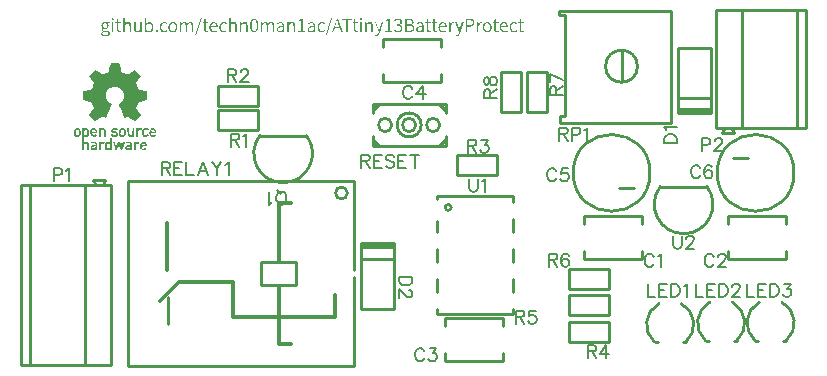
<source format=gto>
G04 Layer: TopSilkscreenLayer*
G04 EasyEDA v6.5.22, 2023-02-12 13:27:05*
G04 9d2100fef43045d39f3febf0e37c7303,ed70181f279245e6aff80281ee7dc86a,10*
G04 Gerber Generator version 0.2*
G04 Scale: 100 percent, Rotated: No, Reflected: No *
G04 Dimensions in millimeters *
G04 leading zeros omitted , absolute positions ,4 integer and 5 decimal *
%FSLAX45Y45*%
%MOMM*%

%ADD10C,0.1524*%
%ADD11C,0.2540*%
%ADD12C,0.3000*%

%LPD*%
G36*
X1385214Y5753608D02*
G01*
X1383639Y5748274D01*
X1381099Y5736336D01*
X1373225Y5694222D01*
X1370736Y5682538D01*
X1369212Y5677458D01*
X1328724Y5661253D01*
X1324864Y5660186D01*
X1321358Y5659729D01*
X1318056Y5659983D01*
X1314551Y5660999D01*
X1310741Y5662777D01*
X1300784Y5669026D01*
X1255623Y5699607D01*
X1202740Y5646775D01*
X1244244Y5586882D01*
X1238453Y5570220D01*
X1232103Y5555386D01*
X1220520Y5531154D01*
X1149908Y5518759D01*
X1148181Y5446572D01*
X1155192Y5443728D01*
X1160170Y5442204D01*
X1179271Y5437886D01*
X1219758Y5430367D01*
X1227937Y5411622D01*
X1234186Y5396534D01*
X1243177Y5373674D01*
X1202232Y5314188D01*
X1255572Y5261864D01*
X1292656Y5287467D01*
X1300429Y5292547D01*
X1306423Y5296001D01*
X1311249Y5297881D01*
X1315415Y5298389D01*
X1319479Y5297678D01*
X1324000Y5295849D01*
X1341577Y5286959D01*
X1345031Y5293563D01*
X1360678Y5330748D01*
X1391920Y5407101D01*
X1375968Y5421071D01*
X1369263Y5427472D01*
X1362760Y5434634D01*
X1357274Y5441645D01*
X1353464Y5447690D01*
X1346860Y5460441D01*
X1346454Y5500319D01*
X1364335Y5532678D01*
X1378204Y5541873D01*
X1384604Y5545734D01*
X1391666Y5549341D01*
X1398625Y5552389D01*
X1404518Y5554421D01*
X1416964Y5557774D01*
X1430070Y5555996D01*
X1436471Y5554827D01*
X1442669Y5553202D01*
X1448612Y5551119D01*
X1454353Y5548579D01*
X1459839Y5545582D01*
X1465072Y5542127D01*
X1469999Y5538216D01*
X1474622Y5533898D01*
X1478991Y5529173D01*
X1483004Y5524042D01*
X1486712Y5518556D01*
X1490065Y5512612D01*
X1496415Y5500319D01*
X1496415Y5460441D01*
X1489760Y5447588D01*
X1486001Y5441543D01*
X1480566Y5434634D01*
X1474216Y5427624D01*
X1456842Y5411470D01*
X1453540Y5407914D01*
X1452321Y5406034D01*
X1457045Y5393486D01*
X1468323Y5365445D01*
X1485341Y5324043D01*
X1499362Y5291226D01*
X1501800Y5287010D01*
X1519275Y5295849D01*
X1523796Y5297678D01*
X1527860Y5298389D01*
X1532077Y5297881D01*
X1536903Y5295950D01*
X1542948Y5292496D01*
X1560880Y5280406D01*
X1588109Y5261559D01*
X1640890Y5314391D01*
X1600098Y5373674D01*
X1609090Y5396534D01*
X1615389Y5411673D01*
X1623618Y5430570D01*
X1666036Y5438241D01*
X1676857Y5440527D01*
X1685086Y5442610D01*
X1689607Y5444134D01*
X1695094Y5446928D01*
X1693316Y5518759D01*
X1622755Y5531256D01*
X1614576Y5548020D01*
X1607769Y5563108D01*
X1604822Y5570220D01*
X1599031Y5586882D01*
X1640484Y5646775D01*
X1587601Y5699658D01*
X1537411Y5665470D01*
X1532890Y5662777D01*
X1528978Y5660948D01*
X1525473Y5659983D01*
X1522120Y5659729D01*
X1518564Y5660186D01*
X1514602Y5661304D01*
X1473911Y5677966D01*
X1471523Y5686856D01*
X1468120Y5704128D01*
X1462176Y5736336D01*
X1459636Y5748274D01*
X1458061Y5753608D01*
G37*
G36*
X1403654Y5207863D02*
G01*
X1387856Y5192064D01*
X1387856Y5176875D01*
X1404061Y5164175D01*
X1413611Y5164124D01*
X1417675Y5163870D01*
X1421638Y5163261D01*
X1425041Y5162397D01*
X1427429Y5161330D01*
X1431747Y5158638D01*
X1429867Y5153812D01*
X1428546Y5151780D01*
X1426311Y5149850D01*
X1423517Y5148173D01*
X1420368Y5147056D01*
X1412697Y5145125D01*
X1393088Y5154930D01*
X1388922Y5151475D01*
X1385671Y5147970D01*
X1385316Y5144820D01*
X1388008Y5141671D01*
X1393850Y5138115D01*
X1402892Y5133441D01*
X1431137Y5133441D01*
X1438656Y5141010D01*
X1443583Y5146751D01*
X1445768Y5152136D01*
X1445361Y5158079D01*
X1442618Y5165598D01*
X1439011Y5173522D01*
X1419707Y5177129D01*
X1403197Y5179771D01*
X1403197Y5184140D01*
X1403654Y5186070D01*
X1404924Y5188153D01*
X1406804Y5190083D01*
X1409039Y5191607D01*
X1414881Y5194757D01*
X1434439Y5187950D01*
X1443431Y5196941D01*
X1438554Y5200954D01*
X1435506Y5202631D01*
X1430731Y5204206D01*
X1424889Y5205526D01*
X1418691Y5206441D01*
G37*
G36*
X1584350Y5207558D02*
G01*
X1570532Y5205577D01*
X1567484Y5150358D01*
X1558848Y5149342D01*
X1555140Y5149240D01*
X1551432Y5149748D01*
X1548180Y5150662D01*
X1545793Y5152034D01*
X1541373Y5155692D01*
X1541373Y5207152D01*
X1525422Y5207152D01*
X1527556Y5145176D01*
X1542034Y5133441D01*
X1551838Y5133441D01*
X1555953Y5133746D01*
X1559814Y5134559D01*
X1563116Y5135727D01*
X1565300Y5137150D01*
X1569008Y5140807D01*
X1569008Y5133441D01*
X1584350Y5133441D01*
G37*
G36*
X1090422Y5207152D02*
G01*
X1073150Y5192318D01*
X1073150Y5156149D01*
X1086967Y5156149D01*
X1086967Y5184394D01*
X1090676Y5188102D01*
X1092758Y5189524D01*
X1095756Y5190693D01*
X1099261Y5191506D01*
X1102817Y5191760D01*
X1111351Y5191760D01*
X1114501Y5185867D01*
X1116787Y5178856D01*
X1117549Y5170271D01*
X1116787Y5161737D01*
X1114501Y5154726D01*
X1111351Y5148783D01*
X1102817Y5148783D01*
X1099261Y5149088D01*
X1095756Y5149900D01*
X1092758Y5151069D01*
X1090676Y5152491D01*
X1086967Y5156149D01*
X1073150Y5156149D01*
X1073150Y5148275D01*
X1090422Y5133441D01*
X1113942Y5133441D01*
X1127201Y5144211D01*
X1129995Y5156454D01*
X1131316Y5163718D01*
X1131824Y5170576D01*
X1131570Y5176926D01*
X1130604Y5182819D01*
X1128928Y5188204D01*
X1126591Y5192979D01*
X1123594Y5197094D01*
X1119936Y5200599D01*
X1115720Y5203393D01*
X1110894Y5205425D01*
X1105509Y5206695D01*
X1099616Y5207152D01*
G37*
G36*
X1145336Y5207152D02*
G01*
X1145336Y5170881D01*
X1158240Y5170881D01*
X1164031Y5191760D01*
X1181963Y5191760D01*
X1185113Y5185867D01*
X1187551Y5178247D01*
X1188161Y5169154D01*
X1187094Y5160365D01*
X1184300Y5153710D01*
X1180338Y5148275D01*
X1162405Y5150358D01*
X1158240Y5170881D01*
X1145336Y5170881D01*
X1145336Y5016804D01*
X1157579Y5016804D01*
X1157579Y5038090D01*
X1157782Y5046827D01*
X1158290Y5054295D01*
X1159154Y5060594D01*
X1160424Y5065725D01*
X1162100Y5069840D01*
X1164234Y5072989D01*
X1166825Y5075224D01*
X1169924Y5076647D01*
X1176477Y5078730D01*
X1188313Y5068011D01*
X1188313Y5016347D01*
X1202131Y5018328D01*
X1202131Y5078730D01*
X1187602Y5090464D01*
X1178560Y5090464D01*
X1174546Y5090210D01*
X1170381Y5089550D01*
X1166571Y5088534D01*
X1163523Y5087264D01*
X1157579Y5084114D01*
X1157579Y5139588D01*
X1160475Y5139588D01*
X1161745Y5139334D01*
X1163066Y5138674D01*
X1164285Y5137708D01*
X1165250Y5136540D01*
X1166825Y5135321D01*
X1169720Y5134356D01*
X1173480Y5133695D01*
X1177747Y5133441D01*
X1188313Y5133441D01*
X1194257Y5139436D01*
X1196848Y5142636D01*
X1199032Y5146598D01*
X1200810Y5151221D01*
X1202080Y5156403D01*
X1202944Y5161991D01*
X1203248Y5167934D01*
X1203045Y5174132D01*
X1202334Y5180380D01*
X1200251Y5193233D01*
X1187246Y5207152D01*
X1179880Y5207152D01*
X1176528Y5206847D01*
X1172768Y5206085D01*
X1169111Y5204968D01*
X1166012Y5203647D01*
X1159408Y5200091D01*
X1158240Y5203647D01*
X1157325Y5204968D01*
X1155700Y5206085D01*
X1153566Y5206847D01*
X1151178Y5207152D01*
G37*
G36*
X1252321Y5207152D02*
G01*
X1242568Y5207050D01*
X1238351Y5206746D01*
X1234084Y5206034D01*
X1230274Y5205018D01*
X1227429Y5203799D01*
X1223416Y5201005D01*
X1219962Y5197703D01*
X1217168Y5194046D01*
X1214983Y5189982D01*
X1213307Y5185664D01*
X1212240Y5181142D01*
X1211732Y5176418D01*
X1228191Y5176418D01*
X1228191Y5180888D01*
X1228699Y5182920D01*
X1230122Y5185308D01*
X1232204Y5187746D01*
X1234694Y5189829D01*
X1241196Y5194401D01*
X1247495Y5192064D01*
X1250137Y5190642D01*
X1252677Y5188458D01*
X1254810Y5185867D01*
X1256233Y5183073D01*
X1258722Y5176418D01*
X1211732Y5176418D01*
X1211732Y5171694D01*
X1212240Y5166969D01*
X1213205Y5162245D01*
X1214678Y5157724D01*
X1216609Y5153355D01*
X1218946Y5149240D01*
X1221689Y5145430D01*
X1224889Y5142077D01*
X1228445Y5139131D01*
X1232357Y5136743D01*
X1236624Y5134965D01*
X1241196Y5133848D01*
X1246073Y5133441D01*
X1258214Y5133441D01*
X1271828Y5144465D01*
X1262278Y5152390D01*
X1240739Y5144566D01*
X1234440Y5150256D01*
X1232052Y5152745D01*
X1230071Y5155438D01*
X1228699Y5157978D01*
X1228191Y5160010D01*
X1228191Y5164175D01*
X1271219Y5164175D01*
X1271219Y5191252D01*
G37*
G36*
X1286560Y5207152D02*
G01*
X1286560Y5133441D01*
X1298803Y5133441D01*
X1298803Y5156657D01*
X1299057Y5166156D01*
X1299768Y5174843D01*
X1300784Y5181701D01*
X1302004Y5185867D01*
X1305204Y5191760D01*
X1323187Y5191760D01*
X1326337Y5185867D01*
X1327607Y5181701D01*
X1328572Y5174843D01*
X1329283Y5166156D01*
X1329537Y5156657D01*
X1329537Y5133441D01*
X1345590Y5133441D01*
X1343050Y5192572D01*
X1334566Y5199888D01*
X1327759Y5204561D01*
X1321155Y5206746D01*
X1314399Y5206441D01*
X1307236Y5203647D01*
X1300632Y5200091D01*
X1299464Y5203647D01*
X1298549Y5204968D01*
X1296924Y5206085D01*
X1294790Y5206847D01*
X1292453Y5207152D01*
G37*
G36*
X1474317Y5207152D02*
G01*
X1455420Y5191252D01*
X1455420Y5165699D01*
X1467205Y5165699D01*
X1468882Y5176164D01*
X1470253Y5181295D01*
X1472590Y5185562D01*
X1475587Y5188864D01*
X1479143Y5191150D01*
X1483055Y5192318D01*
X1487068Y5192268D01*
X1491030Y5190845D01*
X1494688Y5188102D01*
X1498396Y5184394D01*
X1498396Y5156149D01*
X1494688Y5152491D01*
X1492605Y5151069D01*
X1489557Y5149900D01*
X1486001Y5149088D01*
X1482344Y5148783D01*
X1473657Y5148783D01*
X1467205Y5165699D01*
X1455420Y5165699D01*
X1455420Y5149646D01*
X1471574Y5133441D01*
X1495806Y5133441D01*
X1514449Y5152085D01*
X1511858Y5192623D01*
X1494993Y5207152D01*
G37*
G36*
X1670405Y5207152D02*
G01*
X1651507Y5190236D01*
X1649780Y5177383D01*
X1649171Y5171287D01*
X1649069Y5165750D01*
X1649526Y5160670D01*
X1650492Y5156098D01*
X1652016Y5151831D01*
X1654098Y5147970D01*
X1656842Y5144312D01*
X1660143Y5140858D01*
X1668119Y5133441D01*
X1678584Y5133441D01*
X1683410Y5133848D01*
X1688693Y5134864D01*
X1693925Y5136388D01*
X1698396Y5138267D01*
X1707692Y5143093D01*
X1696872Y5155082D01*
X1693722Y5151932D01*
X1691690Y5150713D01*
X1688541Y5149748D01*
X1684680Y5149037D01*
X1680565Y5148783D01*
X1670507Y5148783D01*
X1667357Y5154726D01*
X1666138Y5157876D01*
X1665122Y5162092D01*
X1664411Y5166766D01*
X1664157Y5171389D01*
X1664157Y5182158D01*
X1668983Y5186934D01*
X1674672Y5190185D01*
X1682089Y5191658D01*
X1689049Y5191201D01*
X1693367Y5188712D01*
X1695246Y5185613D01*
X1701190Y5188813D01*
X1704441Y5191404D01*
X1705508Y5194350D01*
X1704644Y5197398D01*
X1702104Y5200345D01*
X1698040Y5202986D01*
X1692859Y5205171D01*
X1686661Y5206593D01*
X1679702Y5207152D01*
G37*
G36*
X1739696Y5207050D02*
G01*
X1734362Y5205984D01*
X1729079Y5203748D01*
X1724050Y5200243D01*
X1716024Y5193334D01*
X1713369Y5181295D01*
X1726234Y5181295D01*
X1729435Y5186222D01*
X1732737Y5189423D01*
X1736547Y5191404D01*
X1740611Y5192268D01*
X1744675Y5192064D01*
X1748485Y5190845D01*
X1751736Y5188610D01*
X1754276Y5185460D01*
X1755749Y5181447D01*
X1756714Y5176418D01*
X1741170Y5176418D01*
X1731568Y5176824D01*
X1726793Y5178298D01*
X1726234Y5181295D01*
X1713369Y5181295D01*
X1710893Y5170271D01*
X1716024Y5147259D01*
X1732076Y5133441D01*
X1755597Y5133441D01*
X1769211Y5144465D01*
X1759762Y5152288D01*
X1753616Y5149037D01*
X1749247Y5147411D01*
X1744573Y5146903D01*
X1739900Y5147411D01*
X1735429Y5148834D01*
X1731518Y5151018D01*
X1728419Y5153863D01*
X1726336Y5157266D01*
X1725574Y5161076D01*
X1725574Y5164175D01*
X1771650Y5164175D01*
X1771650Y5173522D01*
X1771091Y5180177D01*
X1769465Y5186273D01*
X1766925Y5191760D01*
X1763623Y5196484D01*
X1759661Y5200446D01*
X1755139Y5203545D01*
X1750212Y5205730D01*
X1745030Y5206949D01*
G37*
G36*
X1609598Y5207000D02*
G01*
X1605229Y5206847D01*
X1601774Y5205069D01*
X1600962Y5201564D01*
X1600301Y5193436D01*
X1599844Y5181904D01*
X1599692Y5133441D01*
X1615033Y5133441D01*
X1615033Y5181396D01*
X1623314Y5192674D01*
X1639468Y5189575D01*
X1650136Y5201361D01*
X1645615Y5204206D01*
X1639824Y5206390D01*
X1632915Y5206949D01*
X1626311Y5205882D01*
X1621434Y5203291D01*
X1617370Y5199481D01*
X1615948Y5203291D01*
X1613560Y5205780D01*
G37*
G36*
X1381709Y5121605D02*
G01*
X1381709Y5084114D01*
X1375765Y5087264D01*
X1372717Y5088534D01*
X1368806Y5089550D01*
X1364538Y5090210D01*
X1360424Y5090464D01*
X1351026Y5090464D01*
X1338732Y5078171D01*
X1338732Y5062728D01*
X1350213Y5062728D01*
X1360373Y5078171D01*
X1372362Y5078171D01*
X1382522Y5062728D01*
X1380794Y5050028D01*
X1379067Y5041900D01*
X1376172Y5036362D01*
X1372006Y5033213D01*
X1366367Y5032248D01*
X1360728Y5033213D01*
X1356563Y5036362D01*
X1353718Y5041900D01*
X1351940Y5050028D01*
X1350213Y5062728D01*
X1338732Y5062728D01*
X1338732Y5029504D01*
X1346809Y5023154D01*
X1353413Y5018989D01*
X1359814Y5017109D01*
X1366316Y5017516D01*
X1373124Y5020157D01*
X1379423Y5023561D01*
X1381709Y5019852D01*
X1383030Y5018532D01*
X1385011Y5017566D01*
X1387348Y5017160D01*
X1389786Y5017312D01*
X1395526Y5018379D01*
X1395526Y5119624D01*
G37*
G36*
X1319377Y5091379D02*
G01*
X1314297Y5091023D01*
X1309522Y5089499D01*
X1305560Y5086807D01*
X1301902Y5083098D01*
X1301902Y5090464D01*
X1286357Y5090464D01*
X1288084Y5018328D01*
X1301902Y5016347D01*
X1301902Y5068011D01*
X1313434Y5078476D01*
X1329029Y5074564D01*
X1332230Y5080609D01*
X1332992Y5084064D01*
X1331569Y5086959D01*
X1328521Y5089245D01*
X1324254Y5090769D01*
G37*
G36*
X1403654Y5090820D02*
G01*
X1418691Y5042763D01*
X1424279Y5025796D01*
X1426210Y5021173D01*
X1427835Y5018481D01*
X1429461Y5017211D01*
X1431340Y5016804D01*
X1439265Y5016804D01*
X1449120Y5050586D01*
X1451406Y5057140D01*
X1453337Y5061000D01*
X1455115Y5062118D01*
X1456944Y5060543D01*
X1459026Y5056174D01*
X1461465Y5049012D01*
X1471015Y5016804D01*
X1482547Y5016804D01*
X1495755Y5056479D01*
X1502664Y5078831D01*
X1504543Y5086654D01*
X1504543Y5090464D01*
X1490421Y5090464D01*
X1482293Y5058511D01*
X1480007Y5051196D01*
X1478076Y5046218D01*
X1476806Y5044440D01*
X1475486Y5046218D01*
X1473352Y5051196D01*
X1470710Y5058511D01*
X1467866Y5067452D01*
X1461058Y5090464D01*
X1449781Y5090464D01*
X1432915Y5039868D01*
X1419758Y5088940D01*
G37*
G36*
X1618742Y5090718D02*
G01*
X1613560Y5090668D01*
X1608074Y5089550D01*
X1602587Y5087264D01*
X1596644Y5084114D01*
X1596644Y5087264D01*
X1596034Y5088534D01*
X1594358Y5089550D01*
X1591868Y5090210D01*
X1588871Y5090464D01*
X1581099Y5090464D01*
X1582826Y5018328D01*
X1596644Y5016347D01*
X1596644Y5065928D01*
X1608988Y5078272D01*
X1623161Y5074716D01*
X1627073Y5079390D01*
X1628901Y5082844D01*
X1628648Y5085791D01*
X1626616Y5088178D01*
X1623212Y5089855D01*
G37*
G36*
X1225905Y5090464D02*
G01*
X1221994Y5085791D01*
X1219708Y5081473D01*
X1221435Y5078679D01*
X1227531Y5077104D01*
X1238453Y5076647D01*
X1254302Y5076647D01*
X1256233Y5059781D01*
X1225143Y5059781D01*
X1218996Y5053634D01*
X1214780Y5047640D01*
X1214615Y5046980D01*
X1227836Y5046980D01*
X1236268Y5049012D01*
X1243787Y5049926D01*
X1256233Y5050536D01*
X1254302Y5033670D01*
X1229766Y5033670D01*
X1227836Y5046980D01*
X1214615Y5046980D01*
X1213104Y5040934D01*
X1214018Y5033822D01*
X1217574Y5026812D01*
X1222248Y5020106D01*
X1242923Y5016246D01*
X1255471Y5022951D01*
X1257350Y5019852D01*
X1258570Y5018684D01*
X1260449Y5017668D01*
X1262786Y5017008D01*
X1265224Y5016804D01*
X1271219Y5016804D01*
X1271219Y5078171D01*
X1258925Y5090464D01*
G37*
G36*
X1520647Y5090464D02*
G01*
X1516735Y5085791D01*
X1514449Y5081473D01*
X1516176Y5078679D01*
X1522323Y5077104D01*
X1533245Y5076647D01*
X1549044Y5076647D01*
X1550974Y5059781D01*
X1519885Y5059781D01*
X1513738Y5053634D01*
X1509522Y5047640D01*
X1509356Y5046980D01*
X1522577Y5046980D01*
X1530959Y5049012D01*
X1538528Y5049926D01*
X1550974Y5050536D01*
X1549044Y5033670D01*
X1524457Y5033670D01*
X1522577Y5046980D01*
X1509356Y5046980D01*
X1507845Y5040934D01*
X1508760Y5033822D01*
X1512316Y5026812D01*
X1516989Y5020106D01*
X1537665Y5016246D01*
X1550212Y5022951D01*
X1552092Y5019852D01*
X1553311Y5018684D01*
X1555191Y5017668D01*
X1557528Y5017008D01*
X1559966Y5016804D01*
X1565910Y5016804D01*
X1565910Y5078171D01*
X1553667Y5090464D01*
G37*
G36*
X1649374Y5090464D02*
G01*
X1633474Y5071567D01*
X1633474Y5065826D01*
X1647596Y5065826D01*
X1650644Y5071567D01*
X1655318Y5078171D01*
X1662175Y5078171D01*
X1665173Y5077917D01*
X1668170Y5077104D01*
X1670812Y5075936D01*
X1672793Y5074513D01*
X1674215Y5072634D01*
X1675384Y5070297D01*
X1676146Y5067706D01*
X1676450Y5065268D01*
X1676450Y5059781D01*
X1662836Y5059781D01*
X1653336Y5060340D01*
X1648358Y5062220D01*
X1647596Y5065826D01*
X1633474Y5065826D01*
X1633474Y5056682D01*
X1633728Y5050231D01*
X1634337Y5043830D01*
X1635302Y5038090D01*
X1636471Y5033873D01*
X1639468Y5025948D01*
X1660448Y5015992D01*
X1671218Y5017973D01*
X1675688Y5019141D01*
X1679905Y5020767D01*
X1683410Y5022646D01*
X1685747Y5024526D01*
X1689506Y5029047D01*
X1681937Y5038140D01*
X1676349Y5035143D01*
X1673555Y5033975D01*
X1670100Y5033010D01*
X1666443Y5032349D01*
X1663039Y5032146D01*
X1655318Y5032146D01*
X1650644Y5038750D01*
X1648561Y5042103D01*
X1647545Y5044795D01*
X1647698Y5046827D01*
X1649171Y5048351D01*
X1652066Y5049418D01*
X1656486Y5050078D01*
X1662633Y5050434D01*
X1691792Y5050536D01*
X1691792Y5059984D01*
X1691335Y5066842D01*
X1689862Y5072888D01*
X1687423Y5078069D01*
X1684121Y5082387D01*
X1679905Y5085791D01*
X1674825Y5088280D01*
X1668881Y5089804D01*
X1662125Y5090363D01*
G37*
G36*
X1491996Y6141212D02*
G01*
X1491996Y6019800D01*
X1504442Y6019800D01*
X1504442Y6079998D01*
X1510436Y6085840D01*
X1516024Y6090056D01*
X1521714Y6092596D01*
X1527810Y6093460D01*
X1535176Y6092088D01*
X1540205Y6087922D01*
X1543151Y6080810D01*
X1544066Y6070600D01*
X1544066Y6019800D01*
X1556512Y6019800D01*
X1556512Y6072124D01*
X1556156Y6079540D01*
X1554988Y6086043D01*
X1553108Y6091529D01*
X1550416Y6096050D01*
X1546910Y6099556D01*
X1542592Y6102096D01*
X1537411Y6103620D01*
X1531366Y6104128D01*
X1523492Y6103010D01*
X1516430Y6100013D01*
X1509979Y6095542D01*
X1503934Y6090158D01*
X1504442Y6107430D01*
X1504442Y6141212D01*
G37*
G36*
X1675384Y6141212D02*
G01*
X1675384Y6037326D01*
X1687830Y6037326D01*
X1687830Y6081776D01*
X1693824Y6086957D01*
X1699666Y6090716D01*
X1705356Y6092952D01*
X1710943Y6093714D01*
X1716582Y6093104D01*
X1721357Y6091377D01*
X1725320Y6088634D01*
X1728470Y6084925D01*
X1730857Y6080353D01*
X1732534Y6074968D01*
X1733499Y6068872D01*
X1733804Y6062218D01*
X1733296Y6054801D01*
X1731924Y6048146D01*
X1729689Y6042355D01*
X1726692Y6037529D01*
X1723034Y6033617D01*
X1718818Y6030772D01*
X1714042Y6029045D01*
X1708912Y6028436D01*
X1704339Y6028893D01*
X1699107Y6030417D01*
X1693570Y6033160D01*
X1687830Y6037326D01*
X1675384Y6037326D01*
X1675384Y6019800D01*
X1685289Y6019800D01*
X1686560Y6028436D01*
X1686814Y6028436D01*
X1692605Y6023965D01*
X1698650Y6020612D01*
X1704797Y6018530D01*
X1710689Y6017768D01*
X1715414Y6018123D01*
X1719986Y6019088D01*
X1724355Y6020765D01*
X1728520Y6023051D01*
X1732381Y6025946D01*
X1735886Y6029401D01*
X1738985Y6033516D01*
X1741627Y6038138D01*
X1743811Y6043371D01*
X1745386Y6049111D01*
X1746402Y6055410D01*
X1746757Y6062218D01*
X1746504Y6068364D01*
X1745792Y6074156D01*
X1744624Y6079490D01*
X1742998Y6084366D01*
X1740916Y6088786D01*
X1738325Y6092698D01*
X1735328Y6096101D01*
X1731873Y6098895D01*
X1728012Y6101130D01*
X1723694Y6102807D01*
X1718919Y6103772D01*
X1713738Y6104128D01*
X1706727Y6103213D01*
X1699869Y6100673D01*
X1693367Y6096965D01*
X1687322Y6092444D01*
X1687830Y6107430D01*
X1687830Y6141212D01*
G37*
G36*
X2388362Y6141212D02*
G01*
X2388362Y6019800D01*
X2400554Y6019800D01*
X2400554Y6079998D01*
X2406650Y6085840D01*
X2412288Y6090056D01*
X2417927Y6092596D01*
X2424176Y6093460D01*
X2431542Y6092088D01*
X2436571Y6087922D01*
X2439517Y6080810D01*
X2440432Y6070600D01*
X2440432Y6019800D01*
X2452878Y6019800D01*
X2452878Y6072124D01*
X2452522Y6079540D01*
X2451354Y6086043D01*
X2449474Y6091529D01*
X2446782Y6096050D01*
X2443276Y6099556D01*
X2438958Y6102096D01*
X2433777Y6103620D01*
X2427732Y6104128D01*
X2419858Y6103010D01*
X2412746Y6100013D01*
X2406243Y6095542D01*
X2400046Y6090158D01*
X2400554Y6107430D01*
X2400554Y6141212D01*
G37*
G36*
X2146300Y6140450D02*
G01*
X2099056Y5992622D01*
X2108200Y5992622D01*
X2155444Y6140450D01*
G37*
G36*
X3253486Y6140450D02*
G01*
X3206496Y5992622D01*
X3215640Y5992622D01*
X3262629Y6140450D01*
G37*
G36*
X1401064Y6136894D02*
G01*
X1397457Y6136284D01*
X1394764Y6134608D01*
X1393037Y6131966D01*
X1392428Y6128512D01*
X1393037Y6124905D01*
X1394764Y6122212D01*
X1397457Y6120485D01*
X1401064Y6119876D01*
X1404416Y6120485D01*
X1407058Y6122212D01*
X1408836Y6124905D01*
X1409446Y6128512D01*
X1408836Y6131966D01*
X1407058Y6134608D01*
X1404416Y6136284D01*
G37*
G36*
X3504946Y6136894D02*
G01*
X3501339Y6136284D01*
X3498646Y6134608D01*
X3496919Y6131966D01*
X3496310Y6128512D01*
X3496919Y6124905D01*
X3498646Y6122212D01*
X3501339Y6120485D01*
X3504946Y6119876D01*
X3508298Y6120485D01*
X3510940Y6122212D01*
X3512718Y6124905D01*
X3513328Y6128512D01*
X3512718Y6131966D01*
X3510940Y6134608D01*
X3508298Y6136284D01*
G37*
G36*
X2599690Y6133338D02*
G01*
X2594610Y6132931D01*
X2589834Y6131763D01*
X2585415Y6129832D01*
X2581452Y6127089D01*
X2577846Y6123533D01*
X2574645Y6119215D01*
X2571902Y6114034D01*
X2569616Y6108090D01*
X2567787Y6101283D01*
X2566466Y6093663D01*
X2565654Y6085230D01*
X2565400Y6075934D01*
X2577338Y6075934D01*
X2577744Y6087364D01*
X2578963Y6097117D01*
X2580944Y6105296D01*
X2583586Y6111849D01*
X2586837Y6116878D01*
X2590647Y6120384D01*
X2594914Y6122466D01*
X2599690Y6123178D01*
X2604363Y6122466D01*
X2608580Y6120384D01*
X2612288Y6116878D01*
X2615488Y6111849D01*
X2618028Y6105296D01*
X2619959Y6097117D01*
X2621127Y6087364D01*
X2621534Y6075934D01*
X2621127Y6064402D01*
X2619959Y6054496D01*
X2618028Y6046216D01*
X2615488Y6039561D01*
X2612288Y6034430D01*
X2608580Y6030772D01*
X2604363Y6028639D01*
X2599690Y6027928D01*
X2596489Y6028232D01*
X2593441Y6029198D01*
X2590647Y6030772D01*
X2588006Y6033058D01*
X2585669Y6035954D01*
X2583586Y6039561D01*
X2581757Y6043828D01*
X2580182Y6048806D01*
X2578963Y6054496D01*
X2578100Y6060897D01*
X2577541Y6068060D01*
X2577338Y6075934D01*
X2565400Y6075934D01*
X2565654Y6066637D01*
X2566466Y6058154D01*
X2567787Y6050432D01*
X2569616Y6043574D01*
X2571902Y6037529D01*
X2574645Y6032296D01*
X2577846Y6027826D01*
X2581452Y6024219D01*
X2585415Y6021374D01*
X2589834Y6019393D01*
X2594610Y6018174D01*
X2599690Y6017768D01*
X2604719Y6018174D01*
X2609443Y6019393D01*
X2613812Y6021374D01*
X2617774Y6024219D01*
X2621330Y6027826D01*
X2624531Y6032296D01*
X2627274Y6037529D01*
X2629509Y6043574D01*
X2631338Y6050432D01*
X2632659Y6058154D01*
X2633472Y6066637D01*
X2633726Y6075934D01*
X2633472Y6085179D01*
X2632659Y6093612D01*
X2631338Y6101181D01*
X2629509Y6107988D01*
X2627274Y6113932D01*
X2624531Y6119114D01*
X2621330Y6123482D01*
X2617774Y6127038D01*
X2613812Y6129782D01*
X2609443Y6131763D01*
X2604719Y6132931D01*
G37*
G36*
X3818636Y6133338D02*
G01*
X3809492Y6132322D01*
X3801414Y6129578D01*
X3794201Y6125413D01*
X3787648Y6120130D01*
X3794506Y6112256D01*
X3799586Y6116624D01*
X3805275Y6120079D01*
X3811473Y6122365D01*
X3818128Y6123178D01*
X3826205Y6121857D01*
X3832402Y6118148D01*
X3836314Y6112357D01*
X3837686Y6104890D01*
X3837279Y6100368D01*
X3836060Y6096203D01*
X3833876Y6092444D01*
X3830726Y6089192D01*
X3826408Y6086500D01*
X3820972Y6084519D01*
X3814267Y6083249D01*
X3806190Y6082792D01*
X3806190Y6072886D01*
X3815130Y6072479D01*
X3822649Y6071260D01*
X3828745Y6069279D01*
X3833571Y6066586D01*
X3837178Y6063284D01*
X3839616Y6059373D01*
X3841038Y6054953D01*
X3841496Y6050026D01*
X3841038Y6045200D01*
X3839768Y6040932D01*
X3837736Y6037173D01*
X3834942Y6034074D01*
X3831539Y6031534D01*
X3827576Y6029706D01*
X3823055Y6028588D01*
X3818128Y6028182D01*
X3809085Y6029299D01*
X3801567Y6032195D01*
X3795268Y6036310D01*
X3789934Y6041136D01*
X3783584Y6033008D01*
X3786428Y6030163D01*
X3789679Y6027420D01*
X3793337Y6024829D01*
X3797452Y6022543D01*
X3802024Y6020562D01*
X3807104Y6019088D01*
X3812692Y6018123D01*
X3818890Y6017768D01*
X3826001Y6018326D01*
X3832606Y6019952D01*
X3838600Y6022594D01*
X3843731Y6026200D01*
X3847998Y6030772D01*
X3851198Y6036208D01*
X3853230Y6042456D01*
X3853942Y6049518D01*
X3853434Y6055055D01*
X3852062Y6060084D01*
X3849878Y6064504D01*
X3846982Y6068415D01*
X3843477Y6071717D01*
X3839464Y6074410D01*
X3835044Y6076492D01*
X3830320Y6077966D01*
X3830320Y6078728D01*
X3834587Y6080506D01*
X3838448Y6082741D01*
X3841851Y6085433D01*
X3844696Y6088583D01*
X3847033Y6092190D01*
X3848709Y6096254D01*
X3849776Y6100724D01*
X3850132Y6105652D01*
X3849522Y6111849D01*
X3847795Y6117386D01*
X3845001Y6122111D01*
X3841242Y6126073D01*
X3836619Y6129223D01*
X3831285Y6131458D01*
X3825240Y6132880D01*
G37*
G36*
X3000248Y6131306D02*
G01*
X2995625Y6128867D01*
X2990392Y6126835D01*
X2984449Y6125108D01*
X2977642Y6123686D01*
X2977642Y6115558D01*
X2997454Y6115558D01*
X2997454Y6030214D01*
X2972308Y6030214D01*
X2972308Y6019800D01*
X3032506Y6019800D01*
X3032506Y6030214D01*
X3009646Y6030214D01*
X3009646Y6131306D01*
G37*
G36*
X3296665Y6131306D02*
G01*
X3274014Y6065012D01*
X3285744Y6065012D01*
X3296005Y6097117D01*
X3303015Y6120892D01*
X3303524Y6120892D01*
X3309162Y6101791D01*
X3321050Y6065012D01*
X3274014Y6065012D01*
X3258565Y6019800D01*
X3271012Y6019800D01*
X3282442Y6055106D01*
X3324098Y6055106D01*
X3335274Y6019800D01*
X3348736Y6019800D01*
X3310382Y6131306D01*
G37*
G36*
X3345434Y6131306D02*
G01*
X3345434Y6120638D01*
X3379215Y6120638D01*
X3379215Y6019800D01*
X3392170Y6019800D01*
X3392170Y6120638D01*
X3426206Y6120638D01*
X3426206Y6131306D01*
G37*
G36*
X3736848Y6131306D02*
G01*
X3732225Y6128867D01*
X3726992Y6126835D01*
X3721049Y6125108D01*
X3714242Y6123686D01*
X3714242Y6115558D01*
X3734054Y6115558D01*
X3734054Y6030214D01*
X3708908Y6030214D01*
X3708908Y6019800D01*
X3769106Y6019800D01*
X3769106Y6030214D01*
X3746246Y6030214D01*
X3746246Y6131306D01*
G37*
G36*
X3878326Y6131306D02*
G01*
X3878326Y6121400D01*
X3908806Y6121400D01*
X3915156Y6121146D01*
X3920693Y6120384D01*
X3925417Y6119063D01*
X3929278Y6117132D01*
X3932326Y6114592D01*
X3934510Y6111341D01*
X3935780Y6107328D01*
X3936237Y6102604D01*
X3935831Y6098438D01*
X3934663Y6094679D01*
X3932631Y6091428D01*
X3929684Y6088684D01*
X3925773Y6086500D01*
X3920896Y6084874D01*
X3915003Y6083909D01*
X3908044Y6083554D01*
X3891026Y6083554D01*
X3891026Y6121400D01*
X3878326Y6121400D01*
X3878326Y6073648D01*
X3911092Y6073648D01*
X3918305Y6073343D01*
X3924604Y6072428D01*
X3930091Y6070854D01*
X3934561Y6068669D01*
X3938168Y6065774D01*
X3940759Y6062167D01*
X3942334Y6057849D01*
X3942842Y6052820D01*
X3942283Y6047333D01*
X3940657Y6042609D01*
X3938015Y6038646D01*
X3934409Y6035497D01*
X3929837Y6033058D01*
X3924401Y6031331D01*
X3918153Y6030315D01*
X3911092Y6029960D01*
X3891026Y6029960D01*
X3891026Y6073648D01*
X3878326Y6073648D01*
X3878326Y6019800D01*
X3913124Y6019800D01*
X3919169Y6020003D01*
X3924909Y6020714D01*
X3930192Y6021832D01*
X3935120Y6023406D01*
X3939590Y6025489D01*
X3943553Y6027978D01*
X3947007Y6030874D01*
X3949903Y6034278D01*
X3952189Y6038138D01*
X3953916Y6042406D01*
X3954932Y6047130D01*
X3955287Y6052312D01*
X3954881Y6057747D01*
X3953611Y6062573D01*
X3951579Y6066840D01*
X3948887Y6070549D01*
X3945534Y6073597D01*
X3941572Y6076086D01*
X3937101Y6077966D01*
X3932174Y6079236D01*
X3932174Y6079744D01*
X3939235Y6083503D01*
X3944416Y6089091D01*
X3947617Y6096101D01*
X3948684Y6104128D01*
X3947972Y6110833D01*
X3945890Y6116523D01*
X3942587Y6121196D01*
X3938117Y6124956D01*
X3932580Y6127800D01*
X3926078Y6129782D01*
X3918712Y6130950D01*
X3910584Y6131306D01*
G37*
G36*
X4391660Y6131306D02*
G01*
X4391660Y6121146D01*
X4420616Y6121146D01*
X4427829Y6120892D01*
X4434078Y6120028D01*
X4439361Y6118555D01*
X4443679Y6116370D01*
X4447032Y6113424D01*
X4449419Y6109563D01*
X4450892Y6104788D01*
X4451350Y6099048D01*
X4450892Y6093256D01*
X4449521Y6088329D01*
X4447235Y6084214D01*
X4443984Y6080912D01*
X4439767Y6078372D01*
X4434636Y6076594D01*
X4428490Y6075527D01*
X4421378Y6075172D01*
X4404106Y6075172D01*
X4404106Y6121146D01*
X4391660Y6121146D01*
X4391660Y6019800D01*
X4404106Y6019800D01*
X4404106Y6065012D01*
X4423156Y6065012D01*
X4429150Y6065215D01*
X4434738Y6065926D01*
X4439920Y6067094D01*
X4444695Y6068720D01*
X4449013Y6070803D01*
X4452823Y6073343D01*
X4456176Y6076391D01*
X4458919Y6079947D01*
X4461103Y6083960D01*
X4462729Y6088481D01*
X4463694Y6093510D01*
X4464050Y6099048D01*
X4463694Y6104686D01*
X4462729Y6109716D01*
X4461052Y6114186D01*
X4458817Y6118047D01*
X4456023Y6121349D01*
X4452670Y6124143D01*
X4448759Y6126429D01*
X4444390Y6128258D01*
X4439513Y6129629D01*
X4434230Y6130594D01*
X4428490Y6131102D01*
X4422394Y6131306D01*
G37*
G36*
X1439926Y6125464D02*
G01*
X1438402Y6102096D01*
X1425448Y6101334D01*
X1425448Y6091936D01*
X1438148Y6091936D01*
X1438148Y6044692D01*
X1438402Y6038951D01*
X1439265Y6033719D01*
X1440738Y6029147D01*
X1442974Y6025235D01*
X1446022Y6022086D01*
X1449933Y6019749D01*
X1454810Y6018276D01*
X1460754Y6017768D01*
X1464360Y6018022D01*
X1471879Y6019698D01*
X1475486Y6020816D01*
X1472946Y6030214D01*
X1468221Y6028690D01*
X1465681Y6028131D01*
X1463294Y6027928D01*
X1457096Y6029045D01*
X1453083Y6032246D01*
X1450949Y6037376D01*
X1450340Y6044184D01*
X1450340Y6091936D01*
X1473200Y6091936D01*
X1473200Y6102096D01*
X1450340Y6102096D01*
X1450340Y6125464D01*
G37*
G36*
X2177796Y6125464D02*
G01*
X2176272Y6102096D01*
X2163318Y6101334D01*
X2163318Y6091936D01*
X2175764Y6091936D01*
X2175764Y6044692D01*
X2176018Y6038951D01*
X2176881Y6033719D01*
X2178456Y6029147D01*
X2180691Y6025235D01*
X2183790Y6022086D01*
X2187752Y6019749D01*
X2192680Y6018276D01*
X2198624Y6017768D01*
X2202180Y6018022D01*
X2209546Y6019698D01*
X2213102Y6020816D01*
X2210816Y6030214D01*
X2206091Y6028690D01*
X2203551Y6028131D01*
X2201164Y6027928D01*
X2194966Y6029045D01*
X2190953Y6032246D01*
X2188819Y6037376D01*
X2188210Y6044184D01*
X2188210Y6091936D01*
X2210816Y6091936D01*
X2210816Y6102096D01*
X2188210Y6102096D01*
X2188210Y6125464D01*
G37*
G36*
X3446779Y6125464D02*
G01*
X3445256Y6102096D01*
X3432301Y6101334D01*
X3432301Y6091936D01*
X3444748Y6091936D01*
X3444748Y6044692D01*
X3445001Y6038951D01*
X3445865Y6033719D01*
X3447338Y6029147D01*
X3449574Y6025235D01*
X3452622Y6022086D01*
X3456533Y6019749D01*
X3461410Y6018276D01*
X3467354Y6017768D01*
X3470960Y6018022D01*
X3478479Y6019698D01*
X3482086Y6020816D01*
X3479546Y6030214D01*
X3474821Y6028690D01*
X3472281Y6028131D01*
X3469894Y6027928D01*
X3463696Y6029045D01*
X3459683Y6032246D01*
X3457549Y6037376D01*
X3456940Y6044184D01*
X3456940Y6091936D01*
X3479800Y6091936D01*
X3479800Y6102096D01*
X3456940Y6102096D01*
X3456940Y6125464D01*
G37*
G36*
X4063746Y6125464D02*
G01*
X4062222Y6102096D01*
X4049268Y6101334D01*
X4049268Y6091936D01*
X4061714Y6091936D01*
X4061714Y6044692D01*
X4061968Y6038951D01*
X4062831Y6033719D01*
X4064406Y6029147D01*
X4066641Y6025235D01*
X4069740Y6022086D01*
X4073702Y6019749D01*
X4078630Y6018276D01*
X4084574Y6017768D01*
X4088129Y6018022D01*
X4095496Y6019698D01*
X4099051Y6020816D01*
X4096765Y6030214D01*
X4092041Y6028690D01*
X4089501Y6028131D01*
X4087114Y6027928D01*
X4080916Y6029045D01*
X4076903Y6032246D01*
X4074769Y6037376D01*
X4074160Y6044184D01*
X4074160Y6091936D01*
X4096765Y6091936D01*
X4096765Y6102096D01*
X4074160Y6102096D01*
X4074160Y6125464D01*
G37*
G36*
X4116578Y6125464D02*
G01*
X4115054Y6102096D01*
X4102100Y6101334D01*
X4102100Y6091936D01*
X4114546Y6091936D01*
X4114546Y6044692D01*
X4114800Y6038951D01*
X4115663Y6033719D01*
X4117238Y6029147D01*
X4119524Y6025235D01*
X4122572Y6022086D01*
X4126534Y6019749D01*
X4131462Y6018276D01*
X4137406Y6017768D01*
X4140962Y6018022D01*
X4144670Y6018733D01*
X4151884Y6020816D01*
X4149598Y6030214D01*
X4144873Y6028690D01*
X4142333Y6028131D01*
X4139946Y6027928D01*
X4133748Y6029045D01*
X4129735Y6032246D01*
X4127601Y6037376D01*
X4126992Y6044184D01*
X4126992Y6091936D01*
X4149598Y6091936D01*
X4149598Y6102096D01*
X4126992Y6102096D01*
X4126992Y6125464D01*
G37*
G36*
X4635246Y6125464D02*
G01*
X4633722Y6102096D01*
X4620768Y6101334D01*
X4620768Y6091936D01*
X4633214Y6091936D01*
X4633214Y6044692D01*
X4633468Y6038951D01*
X4634331Y6033719D01*
X4635906Y6029147D01*
X4638141Y6025235D01*
X4641240Y6022086D01*
X4645202Y6019749D01*
X4650130Y6018276D01*
X4656074Y6017768D01*
X4659630Y6018022D01*
X4666996Y6019698D01*
X4670552Y6020816D01*
X4668266Y6030214D01*
X4663541Y6028690D01*
X4661001Y6028131D01*
X4658614Y6027928D01*
X4652416Y6029045D01*
X4648403Y6032246D01*
X4646269Y6037376D01*
X4645660Y6044184D01*
X4645660Y6091936D01*
X4668266Y6091936D01*
X4668266Y6102096D01*
X4645660Y6102096D01*
X4645660Y6125464D01*
G37*
G36*
X4848352Y6125464D02*
G01*
X4846828Y6102096D01*
X4833874Y6101334D01*
X4833874Y6091936D01*
X4846320Y6091936D01*
X4846320Y6044692D01*
X4846574Y6038951D01*
X4847437Y6033719D01*
X4848961Y6029147D01*
X4851247Y6025235D01*
X4854295Y6022086D01*
X4858207Y6019749D01*
X4863084Y6018276D01*
X4868926Y6017768D01*
X4872532Y6018022D01*
X4880051Y6019698D01*
X4883658Y6020816D01*
X4881118Y6030214D01*
X4876596Y6028690D01*
X4874107Y6028131D01*
X4871720Y6027928D01*
X4865522Y6029045D01*
X4861509Y6032246D01*
X4859375Y6037376D01*
X4858766Y6044184D01*
X4858766Y6091936D01*
X4881372Y6091936D01*
X4881372Y6102096D01*
X4858766Y6102096D01*
X4858766Y6125464D01*
G37*
G36*
X1337056Y6104128D02*
G01*
X1330909Y6103620D01*
X1325219Y6102045D01*
X1320038Y6099556D01*
X1315516Y6096203D01*
X1311808Y6091986D01*
X1308963Y6086957D01*
X1307185Y6081268D01*
X1306576Y6074918D01*
X1318514Y6074918D01*
X1319987Y6083300D01*
X1324000Y6089599D01*
X1329893Y6093612D01*
X1337056Y6094984D01*
X1344117Y6093612D01*
X1349908Y6089599D01*
X1353870Y6083300D01*
X1355344Y6074918D01*
X1353870Y6066434D01*
X1349908Y6059982D01*
X1344117Y6055817D01*
X1337056Y6054344D01*
X1329994Y6055817D01*
X1324051Y6059982D01*
X1320038Y6066434D01*
X1318514Y6074918D01*
X1306576Y6074918D01*
X1307490Y6067856D01*
X1309928Y6061659D01*
X1313332Y6056579D01*
X1317244Y6052820D01*
X1317244Y6052058D01*
X1314094Y6049365D01*
X1311148Y6045860D01*
X1308963Y6041644D01*
X1308100Y6036818D01*
X1308658Y6032296D01*
X1310182Y6028537D01*
X1312468Y6025591D01*
X1315466Y6023356D01*
X1315466Y6022594D01*
X1310335Y6018631D01*
X1306525Y6014059D01*
X1304086Y6009081D01*
X1303508Y6005322D01*
X1314196Y6005322D01*
X1314754Y6009182D01*
X1316380Y6012992D01*
X1319225Y6016650D01*
X1323340Y6020054D01*
X1329029Y6019139D01*
X1333754Y6018784D01*
X1348994Y6018784D01*
X1356360Y6018225D01*
X1361694Y6016345D01*
X1364945Y6012992D01*
X1366012Y6007862D01*
X1365504Y6004560D01*
X1364081Y6001359D01*
X1361795Y5998413D01*
X1358646Y5995771D01*
X1354734Y5993536D01*
X1350162Y5991809D01*
X1344930Y5990742D01*
X1339088Y5990336D01*
X1328674Y5991402D01*
X1320850Y5994400D01*
X1315923Y5999124D01*
X1314196Y6005322D01*
X1303508Y6005322D01*
X1303274Y6003798D01*
X1303883Y5998768D01*
X1305712Y5994298D01*
X1308709Y5990488D01*
X1312672Y5987288D01*
X1317599Y5984748D01*
X1323441Y5982919D01*
X1329994Y5981801D01*
X1337310Y5981446D01*
X1346200Y5982055D01*
X1354226Y5983782D01*
X1361186Y5986475D01*
X1367078Y5990031D01*
X1371803Y5994247D01*
X1375308Y5999022D01*
X1377492Y6004204D01*
X1378204Y6009640D01*
X1377746Y6014415D01*
X1376426Y6018479D01*
X1374241Y6021832D01*
X1371142Y6024575D01*
X1367180Y6026607D01*
X1362354Y6028080D01*
X1356614Y6028944D01*
X1350010Y6029198D01*
X1333500Y6029198D01*
X1326489Y6029909D01*
X1321968Y6031890D01*
X1319479Y6034887D01*
X1318768Y6038596D01*
X1319225Y6041847D01*
X1320393Y6044539D01*
X1322171Y6046876D01*
X1324356Y6049010D01*
X1327353Y6047689D01*
X1330604Y6046724D01*
X1333906Y6046165D01*
X1337056Y6045962D01*
X1343050Y6046470D01*
X1348689Y6047994D01*
X1353718Y6050432D01*
X1358087Y6053734D01*
X1361744Y6057900D01*
X1364437Y6062776D01*
X1366164Y6068415D01*
X1366774Y6074664D01*
X1366215Y6079998D01*
X1364742Y6084874D01*
X1362506Y6089091D01*
X1359662Y6092444D01*
X1376934Y6092444D01*
X1376934Y6102096D01*
X1348486Y6102096D01*
X1343355Y6103518D01*
X1340358Y6103975D01*
G37*
G36*
X1839214Y6104128D02*
G01*
X1834083Y6103823D01*
X1829104Y6102858D01*
X1824329Y6101232D01*
X1819808Y6099048D01*
X1815642Y6096203D01*
X1811832Y6092799D01*
X1808480Y6088837D01*
X1805635Y6084316D01*
X1803298Y6079286D01*
X1801571Y6073648D01*
X1800453Y6067552D01*
X1800098Y6060948D01*
X1800453Y6054394D01*
X1801418Y6048298D01*
X1803044Y6042710D01*
X1805228Y6037681D01*
X1807972Y6033160D01*
X1811172Y6029147D01*
X1814830Y6025743D01*
X1818893Y6022898D01*
X1823364Y6020714D01*
X1828139Y6019088D01*
X1833168Y6018123D01*
X1838452Y6017768D01*
X1845716Y6018530D01*
X1852625Y6020612D01*
X1859025Y6023965D01*
X1864868Y6028436D01*
X1859534Y6036564D01*
X1855266Y6033312D01*
X1850440Y6030671D01*
X1845157Y6028842D01*
X1839468Y6028182D01*
X1833829Y6028791D01*
X1828698Y6030569D01*
X1824177Y6033414D01*
X1820367Y6037224D01*
X1817268Y6041999D01*
X1814982Y6047587D01*
X1813560Y6053937D01*
X1813052Y6060948D01*
X1813560Y6067958D01*
X1815084Y6074308D01*
X1817471Y6079896D01*
X1820672Y6084671D01*
X1824583Y6088481D01*
X1829104Y6091326D01*
X1834184Y6093104D01*
X1839722Y6093714D01*
X1844598Y6093155D01*
X1848967Y6091631D01*
X1853031Y6089345D01*
X1856739Y6086348D01*
X1863343Y6094222D01*
X1858670Y6098032D01*
X1853184Y6101181D01*
X1846783Y6103315D01*
G37*
G36*
X1911604Y6104128D02*
G01*
X1906625Y6103823D01*
X1901850Y6102858D01*
X1897227Y6101232D01*
X1892858Y6099048D01*
X1888845Y6096203D01*
X1885137Y6092799D01*
X1881886Y6088837D01*
X1879092Y6084316D01*
X1876856Y6079286D01*
X1875180Y6073648D01*
X1874113Y6067552D01*
X1873757Y6060948D01*
X1886457Y6060948D01*
X1886915Y6067958D01*
X1888337Y6074308D01*
X1890522Y6079896D01*
X1893519Y6084671D01*
X1897176Y6088481D01*
X1901443Y6091326D01*
X1906270Y6093104D01*
X1911604Y6093714D01*
X1916938Y6093104D01*
X1921764Y6091326D01*
X1926031Y6088481D01*
X1929688Y6084671D01*
X1932686Y6079896D01*
X1934870Y6074308D01*
X1936292Y6067958D01*
X1936750Y6060948D01*
X1936292Y6053937D01*
X1934870Y6047587D01*
X1932686Y6041999D01*
X1929688Y6037224D01*
X1926031Y6033414D01*
X1921764Y6030569D01*
X1916938Y6028791D01*
X1911604Y6028182D01*
X1906270Y6028791D01*
X1901443Y6030569D01*
X1897176Y6033414D01*
X1893519Y6037224D01*
X1890522Y6041999D01*
X1888337Y6047587D01*
X1886915Y6053937D01*
X1886457Y6060948D01*
X1873757Y6060948D01*
X1874113Y6054394D01*
X1875180Y6048298D01*
X1876856Y6042710D01*
X1879092Y6037681D01*
X1881886Y6033160D01*
X1885137Y6029147D01*
X1888845Y6025743D01*
X1892858Y6022898D01*
X1897227Y6020714D01*
X1901850Y6019088D01*
X1906625Y6018123D01*
X1911604Y6017768D01*
X1916582Y6018123D01*
X1921357Y6019088D01*
X1925980Y6020714D01*
X1930349Y6022898D01*
X1934362Y6025743D01*
X1938070Y6029147D01*
X1941322Y6033160D01*
X1944116Y6037681D01*
X1946351Y6042710D01*
X1948027Y6048298D01*
X1949094Y6054394D01*
X1949450Y6060948D01*
X1949094Y6067552D01*
X1948027Y6073648D01*
X1946351Y6079286D01*
X1944116Y6084316D01*
X1941322Y6088837D01*
X1938070Y6092850D01*
X1934362Y6096203D01*
X1930349Y6099048D01*
X1925980Y6101232D01*
X1921357Y6102858D01*
X1916582Y6103823D01*
G37*
G36*
X2009139Y6104128D02*
G01*
X2002231Y6103010D01*
X1995576Y6099962D01*
X1989378Y6095441D01*
X1983739Y6089904D01*
X1983232Y6089904D01*
X1981962Y6102096D01*
X1971802Y6102096D01*
X1971802Y6019800D01*
X1984248Y6019800D01*
X1984248Y6079998D01*
X1990039Y6085840D01*
X1995525Y6090056D01*
X2000808Y6092596D01*
X2005838Y6093460D01*
X2012950Y6092088D01*
X2017928Y6087922D01*
X2020874Y6080810D01*
X2021839Y6070600D01*
X2021839Y6019800D01*
X2034286Y6019800D01*
X2034286Y6079998D01*
X2040077Y6085840D01*
X2045563Y6090056D01*
X2050846Y6092596D01*
X2055875Y6093460D01*
X2062988Y6092088D01*
X2067966Y6087922D01*
X2070912Y6080810D01*
X2071878Y6070600D01*
X2071878Y6019800D01*
X2084324Y6019800D01*
X2084324Y6072124D01*
X2083917Y6079540D01*
X2082800Y6086043D01*
X2080869Y6091529D01*
X2078177Y6096050D01*
X2074672Y6099556D01*
X2070404Y6102096D01*
X2065324Y6103620D01*
X2059432Y6104128D01*
X2052218Y6103010D01*
X2045360Y6099759D01*
X2038654Y6094679D01*
X2032000Y6088126D01*
X2028850Y6094780D01*
X2024176Y6099860D01*
X2017725Y6103010D01*
G37*
G36*
X2257806Y6104128D02*
G01*
X2253132Y6103772D01*
X2248560Y6102756D01*
X2244140Y6101130D01*
X2239924Y6098844D01*
X2235962Y6096000D01*
X2232355Y6092545D01*
X2229104Y6088532D01*
X2226360Y6084011D01*
X2224074Y6078931D01*
X2222398Y6073394D01*
X2221326Y6067298D01*
X2233168Y6067298D01*
X2234234Y6073343D01*
X2236114Y6078677D01*
X2238603Y6083300D01*
X2241702Y6087160D01*
X2245309Y6090208D01*
X2249271Y6092393D01*
X2253538Y6093764D01*
X2258060Y6094222D01*
X2262784Y6093764D01*
X2266950Y6092494D01*
X2270607Y6090310D01*
X2273655Y6087313D01*
X2276144Y6083503D01*
X2277922Y6078880D01*
X2279040Y6073495D01*
X2279396Y6067298D01*
X2221326Y6067298D01*
X2220976Y6060948D01*
X2221331Y6054394D01*
X2222398Y6048298D01*
X2224074Y6042710D01*
X2226310Y6037681D01*
X2229154Y6033160D01*
X2232456Y6029147D01*
X2236216Y6025743D01*
X2240330Y6022898D01*
X2244852Y6020714D01*
X2249678Y6019088D01*
X2254808Y6018123D01*
X2260092Y6017768D01*
X2268118Y6018428D01*
X2275179Y6020257D01*
X2281428Y6022898D01*
X2287016Y6026150D01*
X2282444Y6034532D01*
X2277770Y6031636D01*
X2272792Y6029502D01*
X2267458Y6028131D01*
X2261616Y6027674D01*
X2255672Y6028232D01*
X2250338Y6029858D01*
X2245664Y6032500D01*
X2241600Y6036056D01*
X2238349Y6040475D01*
X2235809Y6045657D01*
X2234184Y6051600D01*
X2233422Y6058154D01*
X2289556Y6058154D01*
X2290114Y6061659D01*
X2290318Y6065774D01*
X2289759Y6074206D01*
X2288133Y6081725D01*
X2285441Y6088278D01*
X2281783Y6093815D01*
X2277110Y6098235D01*
X2271572Y6101435D01*
X2265121Y6103467D01*
G37*
G36*
X2343912Y6104128D02*
G01*
X2338781Y6103823D01*
X2333802Y6102858D01*
X2329027Y6101232D01*
X2324506Y6099048D01*
X2320340Y6096203D01*
X2316530Y6092799D01*
X2313178Y6088837D01*
X2310333Y6084316D01*
X2307996Y6079286D01*
X2306269Y6073648D01*
X2305151Y6067552D01*
X2304796Y6060948D01*
X2305151Y6054394D01*
X2306116Y6048298D01*
X2307691Y6042710D01*
X2309876Y6037681D01*
X2312568Y6033160D01*
X2315768Y6029147D01*
X2319375Y6025743D01*
X2323439Y6022898D01*
X2327859Y6020714D01*
X2332583Y6019088D01*
X2337612Y6018123D01*
X2342896Y6017768D01*
X2350312Y6018530D01*
X2357272Y6020612D01*
X2363724Y6023965D01*
X2369566Y6028436D01*
X2363978Y6036564D01*
X2359812Y6033312D01*
X2355037Y6030671D01*
X2349754Y6028842D01*
X2344166Y6028182D01*
X2338425Y6028791D01*
X2333244Y6030569D01*
X2328672Y6033414D01*
X2324811Y6037224D01*
X2321712Y6041999D01*
X2319426Y6047587D01*
X2318004Y6053937D01*
X2317496Y6060948D01*
X2318004Y6067958D01*
X2319528Y6074308D01*
X2321915Y6079896D01*
X2325166Y6084671D01*
X2329078Y6088481D01*
X2333701Y6091326D01*
X2338832Y6093104D01*
X2344420Y6093714D01*
X2349296Y6093155D01*
X2353665Y6091631D01*
X2357729Y6089345D01*
X2361438Y6086348D01*
X2368042Y6094222D01*
X2363368Y6098032D01*
X2357882Y6101181D01*
X2351481Y6103315D01*
G37*
G36*
X2519426Y6104128D02*
G01*
X2511501Y6103010D01*
X2504338Y6100013D01*
X2497836Y6095542D01*
X2491740Y6090158D01*
X2491232Y6090158D01*
X2489962Y6102096D01*
X2480056Y6102096D01*
X2480056Y6019800D01*
X2492248Y6019800D01*
X2492248Y6079998D01*
X2498344Y6085840D01*
X2504084Y6090056D01*
X2509774Y6092596D01*
X2515870Y6093460D01*
X2523236Y6092088D01*
X2528265Y6087922D01*
X2531211Y6080810D01*
X2532126Y6070600D01*
X2532126Y6019800D01*
X2544572Y6019800D01*
X2544572Y6072124D01*
X2544216Y6079540D01*
X2543048Y6086043D01*
X2541168Y6091529D01*
X2538476Y6096050D01*
X2534970Y6099556D01*
X2530652Y6102096D01*
X2525471Y6103620D01*
G37*
G36*
X2693162Y6104128D02*
G01*
X2686100Y6103010D01*
X2679496Y6099962D01*
X2673248Y6095441D01*
X2667508Y6089904D01*
X2667254Y6089904D01*
X2665984Y6102096D01*
X2655824Y6102096D01*
X2655824Y6019800D01*
X2668270Y6019800D01*
X2668270Y6079998D01*
X2673908Y6085840D01*
X2679395Y6090056D01*
X2684678Y6092596D01*
X2689606Y6093460D01*
X2696870Y6092088D01*
X2701950Y6087922D01*
X2704896Y6080810D01*
X2705862Y6070600D01*
X2705862Y6019800D01*
X2718308Y6019800D01*
X2718308Y6079998D01*
X2724048Y6085840D01*
X2729484Y6090056D01*
X2734716Y6092596D01*
X2739898Y6093460D01*
X2747010Y6092088D01*
X2751988Y6087922D01*
X2754934Y6080810D01*
X2755900Y6070600D01*
X2755900Y6019800D01*
X2768346Y6019800D01*
X2768346Y6072124D01*
X2767939Y6079540D01*
X2766822Y6086043D01*
X2764891Y6091529D01*
X2762199Y6096050D01*
X2758694Y6099556D01*
X2754426Y6102096D01*
X2749346Y6103620D01*
X2743454Y6104128D01*
X2736189Y6103010D01*
X2729280Y6099759D01*
X2722575Y6094679D01*
X2716022Y6088126D01*
X2712872Y6094780D01*
X2708198Y6099860D01*
X2701747Y6103010D01*
G37*
G36*
X2826004Y6104128D02*
G01*
X2816453Y6103112D01*
X2807817Y6100521D01*
X2800248Y6097066D01*
X2794000Y6093460D01*
X2799080Y6084824D01*
X2804312Y6088075D01*
X2810306Y6091021D01*
X2817012Y6093155D01*
X2824226Y6093968D01*
X2832862Y6092037D01*
X2838246Y6087008D01*
X2840990Y6079947D01*
X2841752Y6071870D01*
X2833268Y6070752D01*
X2825648Y6069431D01*
X2818790Y6067856D01*
X2812694Y6066028D01*
X2807411Y6063945D01*
X2802890Y6061608D01*
X2799080Y6058966D01*
X2796032Y6056020D01*
X2793695Y6052769D01*
X2792018Y6049162D01*
X2791002Y6045200D01*
X2790751Y6041644D01*
X2802636Y6041644D01*
X2803144Y6045708D01*
X2804617Y6049365D01*
X2807309Y6052616D01*
X2811221Y6055512D01*
X2816555Y6058052D01*
X2823311Y6060186D01*
X2831693Y6062014D01*
X2841752Y6063488D01*
X2841752Y6039358D01*
X2835656Y6034379D01*
X2829814Y6030772D01*
X2823972Y6028639D01*
X2817876Y6027928D01*
X2811983Y6028690D01*
X2807106Y6031077D01*
X2803855Y6035344D01*
X2802636Y6041644D01*
X2790751Y6041644D01*
X2791155Y6035649D01*
X2792476Y6031077D01*
X2794660Y6027115D01*
X2797505Y6023813D01*
X2801010Y6021222D01*
X2805074Y6019292D01*
X2809595Y6018174D01*
X2814574Y6017768D01*
X2822194Y6018733D01*
X2829356Y6021273D01*
X2836062Y6025184D01*
X2842260Y6029960D01*
X2842768Y6029960D01*
X2843784Y6019800D01*
X2853944Y6019800D01*
X2853944Y6070854D01*
X2853588Y6077966D01*
X2852420Y6084417D01*
X2850388Y6090107D01*
X2847492Y6094933D01*
X2843682Y6098844D01*
X2838856Y6101740D01*
X2832963Y6103518D01*
G37*
G36*
X2920492Y6104128D02*
G01*
X2912567Y6103010D01*
X2905404Y6100013D01*
X2898902Y6095542D01*
X2892806Y6090158D01*
X2892298Y6090158D01*
X2891282Y6102096D01*
X2881122Y6102096D01*
X2881122Y6019800D01*
X2893568Y6019800D01*
X2893568Y6079998D01*
X2899562Y6085840D01*
X2905150Y6090056D01*
X2910840Y6092596D01*
X2916936Y6093460D01*
X2924302Y6092088D01*
X2929331Y6087922D01*
X2932277Y6080810D01*
X2933192Y6070600D01*
X2933192Y6019800D01*
X2945638Y6019800D01*
X2945638Y6072124D01*
X2945282Y6079540D01*
X2944114Y6086043D01*
X2942234Y6091529D01*
X2939542Y6096050D01*
X2936036Y6099556D01*
X2931718Y6102096D01*
X2926537Y6103620D01*
G37*
G36*
X3087116Y6104128D02*
G01*
X3077565Y6103112D01*
X3068828Y6100521D01*
X3061258Y6097066D01*
X3055112Y6093460D01*
X3060192Y6084824D01*
X3065373Y6088075D01*
X3071317Y6091021D01*
X3077921Y6093155D01*
X3085084Y6093968D01*
X3093872Y6092037D01*
X3099257Y6087008D01*
X3102000Y6079947D01*
X3102610Y6071870D01*
X3094177Y6070752D01*
X3086557Y6069431D01*
X3079750Y6067856D01*
X3073704Y6066028D01*
X3068370Y6063945D01*
X3063849Y6061608D01*
X3060039Y6058966D01*
X3056940Y6056020D01*
X3054553Y6052769D01*
X3052876Y6049162D01*
X3051911Y6045200D01*
X3051618Y6041644D01*
X3063748Y6041644D01*
X3064205Y6045708D01*
X3065729Y6049365D01*
X3068421Y6052616D01*
X3072333Y6055512D01*
X3077565Y6058052D01*
X3084322Y6060186D01*
X3092602Y6062014D01*
X3102610Y6063488D01*
X3102610Y6039358D01*
X3096564Y6034379D01*
X3090824Y6030772D01*
X3085033Y6028639D01*
X3078988Y6027928D01*
X3073095Y6028690D01*
X3068218Y6031077D01*
X3064967Y6035344D01*
X3063748Y6041644D01*
X3051618Y6041644D01*
X3052013Y6035649D01*
X3053384Y6031077D01*
X3055569Y6027115D01*
X3058464Y6023813D01*
X3062020Y6021222D01*
X3066135Y6019292D01*
X3070707Y6018174D01*
X3075686Y6017768D01*
X3083204Y6018733D01*
X3090367Y6021273D01*
X3097174Y6025184D01*
X3103372Y6029960D01*
X3103880Y6029960D01*
X3104896Y6019800D01*
X3115056Y6019800D01*
X3115056Y6070854D01*
X3114700Y6077966D01*
X3113532Y6084417D01*
X3111500Y6090107D01*
X3108604Y6094933D01*
X3104794Y6098844D01*
X3099968Y6101740D01*
X3094075Y6103518D01*
G37*
G36*
X3175000Y6104128D02*
G01*
X3169869Y6103823D01*
X3164890Y6102858D01*
X3160115Y6101232D01*
X3155594Y6099048D01*
X3151428Y6096203D01*
X3147618Y6092799D01*
X3144266Y6088837D01*
X3141421Y6084316D01*
X3139084Y6079286D01*
X3137357Y6073648D01*
X3136239Y6067552D01*
X3135884Y6060948D01*
X3136239Y6054394D01*
X3137204Y6048298D01*
X3138779Y6042710D01*
X3140964Y6037681D01*
X3143656Y6033160D01*
X3146856Y6029147D01*
X3150463Y6025743D01*
X3154527Y6022898D01*
X3158947Y6020714D01*
X3163671Y6019088D01*
X3168700Y6018123D01*
X3173984Y6017768D01*
X3181400Y6018530D01*
X3188360Y6020612D01*
X3194812Y6023965D01*
X3200654Y6028436D01*
X3195066Y6036564D01*
X3190900Y6033312D01*
X3186074Y6030671D01*
X3180740Y6028842D01*
X3175000Y6028182D01*
X3169361Y6028791D01*
X3164230Y6030569D01*
X3159709Y6033414D01*
X3155899Y6037224D01*
X3152800Y6041999D01*
X3150514Y6047587D01*
X3149092Y6053937D01*
X3148584Y6060948D01*
X3149092Y6067958D01*
X3150616Y6074308D01*
X3153003Y6079896D01*
X3156254Y6084671D01*
X3160166Y6088481D01*
X3164789Y6091326D01*
X3169920Y6093104D01*
X3175508Y6093714D01*
X3180384Y6093155D01*
X3184804Y6091631D01*
X3188817Y6089345D01*
X3192526Y6086348D01*
X3199130Y6094222D01*
X3194405Y6098032D01*
X3188868Y6101181D01*
X3182467Y6103315D01*
G37*
G36*
X3579114Y6104128D02*
G01*
X3571189Y6103010D01*
X3564026Y6100013D01*
X3557524Y6095542D01*
X3551428Y6090158D01*
X3550920Y6090158D01*
X3549650Y6102096D01*
X3539744Y6102096D01*
X3539744Y6019800D01*
X3551936Y6019800D01*
X3551936Y6079998D01*
X3558032Y6085840D01*
X3563670Y6090056D01*
X3569309Y6092596D01*
X3575558Y6093460D01*
X3582924Y6092088D01*
X3587953Y6087922D01*
X3590899Y6080810D01*
X3591814Y6070600D01*
X3591814Y6019800D01*
X3604260Y6019800D01*
X3604260Y6072124D01*
X3603904Y6079540D01*
X3602736Y6086043D01*
X3600856Y6091529D01*
X3598164Y6096050D01*
X3594658Y6099556D01*
X3590340Y6102096D01*
X3585159Y6103620D01*
G37*
G36*
X4006850Y6104128D02*
G01*
X3997147Y6103112D01*
X3988460Y6100521D01*
X3980942Y6097066D01*
X3974846Y6093460D01*
X3979672Y6084824D01*
X3984904Y6088075D01*
X3990898Y6091021D01*
X3997604Y6093155D01*
X4004818Y6093968D01*
X4013555Y6092037D01*
X4018889Y6087008D01*
X4021582Y6079947D01*
X4022344Y6071870D01*
X4013911Y6070752D01*
X4006291Y6069431D01*
X3999484Y6067856D01*
X3993438Y6066028D01*
X3988104Y6063945D01*
X3983583Y6061608D01*
X3979773Y6058966D01*
X3976674Y6056020D01*
X3974287Y6052769D01*
X3972610Y6049162D01*
X3971645Y6045200D01*
X3971352Y6041644D01*
X3983228Y6041644D01*
X3983736Y6045708D01*
X3985209Y6049365D01*
X3987901Y6052616D01*
X3991813Y6055512D01*
X3997147Y6058052D01*
X4003903Y6060186D01*
X4012285Y6062014D01*
X4022344Y6063488D01*
X4022344Y6039358D01*
X4016248Y6034379D01*
X4010406Y6030772D01*
X4004564Y6028639D01*
X3998468Y6027928D01*
X3992575Y6028690D01*
X3987698Y6031077D01*
X3984447Y6035344D01*
X3983228Y6041644D01*
X3971352Y6041644D01*
X3971747Y6035649D01*
X3973118Y6031077D01*
X3975303Y6027115D01*
X3978198Y6023813D01*
X3981704Y6021222D01*
X3985768Y6019292D01*
X3990289Y6018174D01*
X3995165Y6017768D01*
X4002786Y6018733D01*
X4009948Y6021273D01*
X4016654Y6025184D01*
X4022851Y6029960D01*
X4023360Y6029960D01*
X4024376Y6019800D01*
X4034536Y6019800D01*
X4034536Y6070854D01*
X4034180Y6077966D01*
X4033012Y6084417D01*
X4030979Y6090107D01*
X4028135Y6094933D01*
X4024325Y6098844D01*
X4019550Y6101740D01*
X4013708Y6103518D01*
G37*
G36*
X4196588Y6104128D02*
G01*
X4191914Y6103772D01*
X4187342Y6102756D01*
X4182922Y6101130D01*
X4178757Y6098844D01*
X4174845Y6096000D01*
X4171238Y6092545D01*
X4168038Y6088532D01*
X4165295Y6084011D01*
X4163060Y6078931D01*
X4161434Y6073394D01*
X4160362Y6067298D01*
X4172204Y6067298D01*
X4173220Y6073343D01*
X4174998Y6078677D01*
X4177436Y6083300D01*
X4180535Y6087160D01*
X4184091Y6090208D01*
X4188053Y6092393D01*
X4192320Y6093764D01*
X4196842Y6094222D01*
X4201617Y6093764D01*
X4205833Y6092494D01*
X4209491Y6090310D01*
X4212539Y6087313D01*
X4214977Y6083503D01*
X4216755Y6078880D01*
X4217822Y6073495D01*
X4218178Y6067298D01*
X4160362Y6067298D01*
X4160012Y6060948D01*
X4160367Y6054394D01*
X4161383Y6048298D01*
X4163060Y6042710D01*
X4165295Y6037681D01*
X4168089Y6033160D01*
X4171340Y6029147D01*
X4175048Y6025743D01*
X4179214Y6022898D01*
X4183684Y6020714D01*
X4188510Y6019088D01*
X4193590Y6018123D01*
X4198874Y6017768D01*
X4206900Y6018428D01*
X4213961Y6020257D01*
X4220210Y6022898D01*
X4225798Y6026150D01*
X4221226Y6034532D01*
X4216552Y6031636D01*
X4211574Y6029502D01*
X4206240Y6028131D01*
X4200398Y6027674D01*
X4194454Y6028232D01*
X4189120Y6029858D01*
X4184446Y6032500D01*
X4180382Y6036056D01*
X4177131Y6040475D01*
X4174591Y6045657D01*
X4172965Y6051600D01*
X4172204Y6058154D01*
X4228592Y6058154D01*
X4229100Y6065774D01*
X4228541Y6074206D01*
X4226915Y6081725D01*
X4224223Y6088278D01*
X4220565Y6093815D01*
X4215892Y6098235D01*
X4210354Y6101435D01*
X4203903Y6103467D01*
G37*
G36*
X4284980Y6104128D02*
G01*
X4278274Y6102908D01*
X4272076Y6099454D01*
X4266438Y6094069D01*
X4261612Y6087110D01*
X4261358Y6087110D01*
X4260088Y6102096D01*
X4249928Y6102096D01*
X4249928Y6019800D01*
X4262374Y6019800D01*
X4262374Y6073394D01*
X4267047Y6082538D01*
X4272432Y6088583D01*
X4278071Y6091936D01*
X4283456Y6092952D01*
X4287570Y6092596D01*
X4291330Y6091682D01*
X4293616Y6102350D01*
X4291685Y6103264D01*
X4289704Y6103823D01*
G37*
G36*
X4520946Y6104128D02*
G01*
X4514138Y6102908D01*
X4507839Y6099454D01*
X4502251Y6094069D01*
X4497578Y6087110D01*
X4497070Y6087110D01*
X4496054Y6102096D01*
X4485894Y6102096D01*
X4485894Y6019800D01*
X4498340Y6019800D01*
X4498340Y6073394D01*
X4503013Y6082538D01*
X4508296Y6088583D01*
X4513935Y6091936D01*
X4519422Y6092952D01*
X4523536Y6092596D01*
X4527296Y6091682D01*
X4529582Y6102350D01*
X4527550Y6103264D01*
X4525568Y6103823D01*
G37*
G36*
X4573270Y6104128D02*
G01*
X4568291Y6103823D01*
X4563516Y6102858D01*
X4558944Y6101232D01*
X4554626Y6099048D01*
X4550613Y6096203D01*
X4546955Y6092799D01*
X4543704Y6088837D01*
X4540961Y6084316D01*
X4538726Y6079286D01*
X4537049Y6073648D01*
X4536033Y6067552D01*
X4535678Y6060948D01*
X4548378Y6060948D01*
X4548835Y6067958D01*
X4550206Y6074308D01*
X4552391Y6079896D01*
X4555286Y6084671D01*
X4558944Y6088481D01*
X4563160Y6091326D01*
X4567986Y6093104D01*
X4573270Y6093714D01*
X4578654Y6093104D01*
X4583531Y6091326D01*
X4587798Y6088481D01*
X4591456Y6084671D01*
X4594402Y6079896D01*
X4596587Y6074308D01*
X4597958Y6067958D01*
X4598416Y6060948D01*
X4597958Y6053937D01*
X4596587Y6047587D01*
X4594402Y6041999D01*
X4591456Y6037224D01*
X4587798Y6033414D01*
X4583531Y6030569D01*
X4578654Y6028791D01*
X4573270Y6028182D01*
X4567986Y6028791D01*
X4563160Y6030569D01*
X4558944Y6033414D01*
X4555286Y6037224D01*
X4552391Y6041999D01*
X4550206Y6047587D01*
X4548835Y6053937D01*
X4548378Y6060948D01*
X4535678Y6060948D01*
X4536033Y6054394D01*
X4537049Y6048298D01*
X4538726Y6042710D01*
X4540961Y6037681D01*
X4543704Y6033160D01*
X4546955Y6029147D01*
X4550613Y6025743D01*
X4554626Y6022898D01*
X4558944Y6020714D01*
X4563516Y6019088D01*
X4568291Y6018123D01*
X4573270Y6017768D01*
X4578299Y6018123D01*
X4583125Y6019088D01*
X4587798Y6020714D01*
X4592167Y6022898D01*
X4596231Y6025743D01*
X4599940Y6029147D01*
X4603191Y6033160D01*
X4605985Y6037681D01*
X4608271Y6042710D01*
X4609947Y6048298D01*
X4611014Y6054394D01*
X4611370Y6060948D01*
X4611014Y6067552D01*
X4609947Y6073648D01*
X4608271Y6079286D01*
X4605985Y6084316D01*
X4603191Y6088837D01*
X4599940Y6092850D01*
X4596231Y6096203D01*
X4592167Y6099048D01*
X4587798Y6101232D01*
X4583125Y6102858D01*
X4578299Y6103823D01*
G37*
G36*
X4715256Y6104128D02*
G01*
X4710582Y6103772D01*
X4706010Y6102756D01*
X4701590Y6101130D01*
X4697374Y6098844D01*
X4693412Y6096000D01*
X4689805Y6092545D01*
X4686554Y6088532D01*
X4683810Y6084011D01*
X4681524Y6078931D01*
X4679848Y6073394D01*
X4678776Y6067298D01*
X4690618Y6067298D01*
X4691684Y6073343D01*
X4693564Y6078677D01*
X4696053Y6083300D01*
X4699152Y6087160D01*
X4702759Y6090208D01*
X4706721Y6092393D01*
X4710988Y6093764D01*
X4715510Y6094222D01*
X4720234Y6093764D01*
X4724400Y6092494D01*
X4728057Y6090310D01*
X4731105Y6087313D01*
X4733594Y6083503D01*
X4735372Y6078880D01*
X4736490Y6073495D01*
X4736846Y6067298D01*
X4678776Y6067298D01*
X4678426Y6060948D01*
X4678781Y6054394D01*
X4679848Y6048298D01*
X4681524Y6042710D01*
X4683760Y6037681D01*
X4686604Y6033160D01*
X4689906Y6029147D01*
X4693666Y6025743D01*
X4697780Y6022898D01*
X4702302Y6020714D01*
X4707128Y6019088D01*
X4712258Y6018123D01*
X4717542Y6017768D01*
X4725568Y6018428D01*
X4732629Y6020257D01*
X4738878Y6022898D01*
X4744466Y6026150D01*
X4739894Y6034532D01*
X4735220Y6031636D01*
X4730242Y6029502D01*
X4724908Y6028131D01*
X4719066Y6027674D01*
X4713122Y6028232D01*
X4707788Y6029858D01*
X4703114Y6032500D01*
X4699050Y6036056D01*
X4695799Y6040475D01*
X4693259Y6045657D01*
X4691634Y6051600D01*
X4690872Y6058154D01*
X4747006Y6058154D01*
X4747564Y6061659D01*
X4747768Y6065774D01*
X4747209Y6074206D01*
X4745583Y6081725D01*
X4742891Y6088278D01*
X4739233Y6093815D01*
X4734560Y6098235D01*
X4729022Y6101435D01*
X4722571Y6103467D01*
G37*
G36*
X4801362Y6104128D02*
G01*
X4796231Y6103823D01*
X4791252Y6102858D01*
X4786477Y6101232D01*
X4781956Y6099048D01*
X4777790Y6096203D01*
X4773980Y6092799D01*
X4770628Y6088837D01*
X4767783Y6084316D01*
X4765446Y6079286D01*
X4763719Y6073648D01*
X4762601Y6067552D01*
X4762246Y6060948D01*
X4762601Y6054394D01*
X4763566Y6048298D01*
X4765141Y6042710D01*
X4767326Y6037681D01*
X4770018Y6033160D01*
X4773218Y6029147D01*
X4776825Y6025743D01*
X4780889Y6022898D01*
X4785309Y6020714D01*
X4790033Y6019088D01*
X4795062Y6018123D01*
X4800346Y6017768D01*
X4807762Y6018530D01*
X4814722Y6020612D01*
X4821174Y6023965D01*
X4827016Y6028436D01*
X4821428Y6036564D01*
X4817262Y6033312D01*
X4812487Y6030671D01*
X4807204Y6028842D01*
X4801616Y6028182D01*
X4795875Y6028791D01*
X4790694Y6030569D01*
X4786122Y6033414D01*
X4782261Y6037224D01*
X4779162Y6041999D01*
X4776876Y6047587D01*
X4775454Y6053937D01*
X4774946Y6060948D01*
X4775454Y6067958D01*
X4776978Y6074308D01*
X4779365Y6079896D01*
X4782616Y6084671D01*
X4786528Y6088481D01*
X4791151Y6091326D01*
X4796282Y6093104D01*
X4801870Y6093714D01*
X4806746Y6093155D01*
X4811115Y6091631D01*
X4815179Y6089345D01*
X4818888Y6086348D01*
X4825492Y6094222D01*
X4820818Y6098032D01*
X4815332Y6101181D01*
X4808931Y6103315D01*
G37*
G36*
X1394714Y6102096D02*
G01*
X1394714Y6019800D01*
X1407160Y6019800D01*
X1407160Y6102096D01*
G37*
G36*
X1582420Y6102096D02*
G01*
X1582420Y6049772D01*
X1582775Y6042355D01*
X1583944Y6035852D01*
X1585823Y6030366D01*
X1588516Y6025845D01*
X1592021Y6022340D01*
X1596339Y6019800D01*
X1601520Y6018276D01*
X1607566Y6017768D01*
X1615592Y6018885D01*
X1622602Y6021984D01*
X1629003Y6026759D01*
X1634998Y6033008D01*
X1635506Y6033008D01*
X1636522Y6019800D01*
X1646682Y6019800D01*
X1646682Y6102096D01*
X1634236Y6102096D01*
X1634236Y6043168D01*
X1628394Y6036614D01*
X1622856Y6032093D01*
X1617218Y6029502D01*
X1611122Y6028690D01*
X1603756Y6030010D01*
X1598726Y6034074D01*
X1595780Y6041136D01*
X1594866Y6051296D01*
X1594866Y6102096D01*
G37*
G36*
X3498596Y6102096D02*
G01*
X3498596Y6019800D01*
X3511042Y6019800D01*
X3511042Y6102096D01*
G37*
G36*
X3619246Y6102096D02*
G01*
X3652520Y6019292D01*
X3650742Y6012942D01*
X3647592Y6005525D01*
X3643376Y5999683D01*
X3638042Y5995822D01*
X3631437Y5994400D01*
X3628085Y5994755D01*
X3625087Y5995670D01*
X3622548Y5985510D01*
X3626865Y5984240D01*
X3631946Y5983732D01*
X3637584Y5984290D01*
X3642614Y5985967D01*
X3647033Y5988558D01*
X3650945Y5992063D01*
X3654298Y5996279D01*
X3657244Y6001105D01*
X3659733Y6006439D01*
X3661918Y6012180D01*
X3693414Y6102096D01*
X3681222Y6102096D01*
X3664000Y6049416D01*
X3658870Y6031738D01*
X3658108Y6031738D01*
X3649726Y6055106D01*
X3632200Y6102096D01*
G37*
G36*
X4299966Y6102096D02*
G01*
X4333240Y6019292D01*
X4331462Y6012942D01*
X4328160Y6005525D01*
X4323892Y5999683D01*
X4318609Y5995822D01*
X4312158Y5994400D01*
X4308703Y5994755D01*
X4305808Y5995670D01*
X4303268Y5985510D01*
X4307484Y5984240D01*
X4312666Y5983732D01*
X4318304Y5984290D01*
X4323334Y5985967D01*
X4327702Y5988558D01*
X4331563Y5992063D01*
X4334916Y5996279D01*
X4337862Y6001105D01*
X4340402Y6006439D01*
X4342638Y6012180D01*
X4374134Y6102096D01*
X4361942Y6102096D01*
X4344670Y6049416D01*
X4339336Y6031738D01*
X4338574Y6031738D01*
X4330446Y6055106D01*
X4312920Y6102096D01*
G37*
G36*
X1773428Y6037580D02*
G01*
X1769821Y6036868D01*
X1766824Y6034938D01*
X1764792Y6031788D01*
X1764030Y6027674D01*
X1764792Y6023660D01*
X1766824Y6020511D01*
X1769821Y6018479D01*
X1773428Y6017768D01*
X1777034Y6018479D01*
X1780032Y6020511D01*
X1782064Y6023660D01*
X1782825Y6027674D01*
X1782064Y6031788D01*
X1780032Y6034887D01*
X1777034Y6036868D01*
G37*
D10*
X3505200Y4979415D02*
G01*
X3505200Y4870450D01*
X3505200Y4979415D02*
G01*
X3551936Y4979415D01*
X3567429Y4974336D01*
X3572763Y4969002D01*
X3577843Y4958587D01*
X3577843Y4948173D01*
X3572763Y4937760D01*
X3567429Y4932679D01*
X3551936Y4927600D01*
X3505200Y4927600D01*
X3541522Y4927600D02*
G01*
X3577843Y4870450D01*
X3612134Y4979415D02*
G01*
X3612134Y4870450D01*
X3612134Y4979415D02*
G01*
X3679697Y4979415D01*
X3612134Y4927600D02*
G01*
X3653790Y4927600D01*
X3612134Y4870450D02*
G01*
X3679697Y4870450D01*
X3786886Y4963921D02*
G01*
X3776472Y4974336D01*
X3760724Y4979415D01*
X3740150Y4979415D01*
X3724402Y4974336D01*
X3713988Y4963921D01*
X3713988Y4953507D01*
X3719322Y4943094D01*
X3724402Y4937760D01*
X3734815Y4932679D01*
X3766058Y4922265D01*
X3776472Y4917186D01*
X3781552Y4911852D01*
X3786886Y4901437D01*
X3786886Y4885944D01*
X3776472Y4875529D01*
X3760724Y4870450D01*
X3740150Y4870450D01*
X3724402Y4875529D01*
X3713988Y4885944D01*
X3821175Y4979415D02*
G01*
X3821175Y4870450D01*
X3821175Y4979415D02*
G01*
X3888740Y4979415D01*
X3821175Y4927600D02*
G01*
X3862577Y4927600D01*
X3821175Y4870450D02*
G01*
X3888740Y4870450D01*
X3959352Y4979415D02*
G01*
X3959352Y4870450D01*
X3923029Y4979415D02*
G01*
X3995674Y4979415D01*
X5983477Y4115307D02*
G01*
X5978143Y4125721D01*
X5967729Y4136136D01*
X5957570Y4141215D01*
X5936741Y4141215D01*
X5926327Y4136136D01*
X5915913Y4125721D01*
X5910579Y4115307D01*
X5905500Y4099560D01*
X5905500Y4073652D01*
X5910579Y4058157D01*
X5915913Y4047744D01*
X5926327Y4037329D01*
X5936741Y4032250D01*
X5957570Y4032250D01*
X5967729Y4037329D01*
X5978143Y4047744D01*
X5983477Y4058157D01*
X6017768Y4120387D02*
G01*
X6028181Y4125721D01*
X6043675Y4141215D01*
X6043675Y4032250D01*
X6491477Y4115307D02*
G01*
X6486143Y4125721D01*
X6475729Y4136136D01*
X6465570Y4141215D01*
X6444741Y4141215D01*
X6434327Y4136136D01*
X6423913Y4125721D01*
X6418579Y4115307D01*
X6413500Y4099560D01*
X6413500Y4073652D01*
X6418579Y4058157D01*
X6423913Y4047744D01*
X6434327Y4037329D01*
X6444741Y4032250D01*
X6465570Y4032250D01*
X6475729Y4037329D01*
X6486143Y4047744D01*
X6491477Y4058157D01*
X6530847Y4115307D02*
G01*
X6530847Y4120387D01*
X6536181Y4130802D01*
X6541261Y4136136D01*
X6551675Y4141215D01*
X6572504Y4141215D01*
X6582918Y4136136D01*
X6587997Y4130802D01*
X6593331Y4120387D01*
X6593331Y4109973D01*
X6587997Y4099560D01*
X6577584Y4084065D01*
X6525768Y4032250D01*
X6598411Y4032250D01*
X4040377Y3315207D02*
G01*
X4035043Y3325621D01*
X4024629Y3336036D01*
X4014470Y3341115D01*
X3993641Y3341115D01*
X3983227Y3336036D01*
X3972813Y3325621D01*
X3967479Y3315207D01*
X3962400Y3299460D01*
X3962400Y3273552D01*
X3967479Y3258057D01*
X3972813Y3247644D01*
X3983227Y3237229D01*
X3993641Y3232150D01*
X4014470Y3232150D01*
X4024629Y3237229D01*
X4035043Y3247644D01*
X4040377Y3258057D01*
X4085081Y3341115D02*
G01*
X4142231Y3341115D01*
X4110990Y3299460D01*
X4126484Y3299460D01*
X4136897Y3294379D01*
X4142231Y3289300D01*
X4147311Y3273552D01*
X4147311Y3263137D01*
X4142231Y3247644D01*
X4131818Y3237229D01*
X4116070Y3232150D01*
X4100575Y3232150D01*
X4085081Y3237229D01*
X4079747Y3242310D01*
X4074668Y3252723D01*
X3938777Y5537707D02*
G01*
X3933443Y5548121D01*
X3923029Y5558536D01*
X3912870Y5563615D01*
X3892041Y5563615D01*
X3881627Y5558536D01*
X3871213Y5548121D01*
X3865879Y5537707D01*
X3860800Y5521960D01*
X3860800Y5496052D01*
X3865879Y5480557D01*
X3871213Y5470144D01*
X3881627Y5459729D01*
X3892041Y5454650D01*
X3912870Y5454650D01*
X3923029Y5459729D01*
X3933443Y5470144D01*
X3938777Y5480557D01*
X4024884Y5563615D02*
G01*
X3973068Y5490971D01*
X4051045Y5490971D01*
X4024884Y5563615D02*
G01*
X4024884Y5454650D01*
X5157977Y4839207D02*
G01*
X5152643Y4849621D01*
X5142229Y4860036D01*
X5132070Y4865115D01*
X5111241Y4865115D01*
X5100827Y4860036D01*
X5090413Y4849621D01*
X5085079Y4839207D01*
X5080000Y4823460D01*
X5080000Y4797552D01*
X5085079Y4782057D01*
X5090413Y4771644D01*
X5100827Y4761229D01*
X5111241Y4756150D01*
X5132070Y4756150D01*
X5142229Y4761229D01*
X5152643Y4771644D01*
X5157977Y4782057D01*
X5254497Y4865115D02*
G01*
X5202681Y4865115D01*
X5197347Y4818379D01*
X5202681Y4823460D01*
X5218175Y4828794D01*
X5233670Y4828794D01*
X5249418Y4823460D01*
X5259831Y4813300D01*
X5264911Y4797552D01*
X5264911Y4787137D01*
X5259831Y4771644D01*
X5249418Y4761229D01*
X5233670Y4756150D01*
X5218175Y4756150D01*
X5202681Y4761229D01*
X5197347Y4766310D01*
X5192268Y4776723D01*
X6377177Y4864607D02*
G01*
X6371843Y4875021D01*
X6361429Y4885436D01*
X6351270Y4890515D01*
X6330441Y4890515D01*
X6320027Y4885436D01*
X6309613Y4875021D01*
X6304279Y4864607D01*
X6299200Y4848860D01*
X6299200Y4822952D01*
X6304279Y4807457D01*
X6309613Y4797044D01*
X6320027Y4786629D01*
X6330441Y4781550D01*
X6351270Y4781550D01*
X6361429Y4786629D01*
X6371843Y4797044D01*
X6377177Y4807457D01*
X6473697Y4875021D02*
G01*
X6468618Y4885436D01*
X6452870Y4890515D01*
X6442709Y4890515D01*
X6426961Y4885436D01*
X6416547Y4869687D01*
X6411468Y4843779D01*
X6411468Y4817871D01*
X6416547Y4797044D01*
X6426961Y4786629D01*
X6442709Y4781550D01*
X6447790Y4781550D01*
X6463284Y4786629D01*
X6473697Y4797044D01*
X6479031Y4812537D01*
X6479031Y4817871D01*
X6473697Y4833365D01*
X6463284Y4843779D01*
X6447790Y4848860D01*
X6442709Y4848860D01*
X6426961Y4843779D01*
X6416547Y4833365D01*
X6411468Y4817871D01*
X6069584Y5080000D02*
G01*
X6178550Y5080000D01*
X6069584Y5080000D02*
G01*
X6069584Y5116321D01*
X6074663Y5132070D01*
X6085077Y5142229D01*
X6095491Y5147563D01*
X6111240Y5152644D01*
X6137147Y5152644D01*
X6152641Y5147563D01*
X6163056Y5142229D01*
X6173470Y5132070D01*
X6178550Y5116321D01*
X6178550Y5080000D01*
X6090411Y5186934D02*
G01*
X6085077Y5197347D01*
X6069584Y5213095D01*
X6178550Y5213095D01*
X3938015Y3946499D02*
G01*
X3829050Y3946499D01*
X3938015Y3946499D02*
G01*
X3938015Y3910177D01*
X3932936Y3894429D01*
X3922522Y3884269D01*
X3912108Y3878935D01*
X3896359Y3873855D01*
X3870452Y3873855D01*
X3854958Y3878935D01*
X3844543Y3884269D01*
X3834129Y3894429D01*
X3829050Y3910177D01*
X3829050Y3946499D01*
X3912108Y3834231D02*
G01*
X3917188Y3834231D01*
X3927602Y3829151D01*
X3932936Y3823817D01*
X3938015Y3813403D01*
X3938015Y3792829D01*
X3932936Y3782415D01*
X3927602Y3777081D01*
X3917188Y3772001D01*
X3906774Y3772001D01*
X3896359Y3777081D01*
X3880865Y3787495D01*
X3829050Y3839565D01*
X3829050Y3766667D01*
X901700Y4865115D02*
G01*
X901700Y4756150D01*
X901700Y4865115D02*
G01*
X948436Y4865115D01*
X963929Y4860036D01*
X969263Y4854702D01*
X974344Y4844287D01*
X974344Y4828794D01*
X969263Y4818379D01*
X963929Y4813300D01*
X948436Y4807965D01*
X901700Y4807965D01*
X1008634Y4844287D02*
G01*
X1019047Y4849621D01*
X1034795Y4865115D01*
X1034795Y4756150D01*
X6388100Y5119115D02*
G01*
X6388100Y5010150D01*
X6388100Y5119115D02*
G01*
X6434836Y5119115D01*
X6450329Y5114036D01*
X6455663Y5108702D01*
X6460743Y5098287D01*
X6460743Y5082794D01*
X6455663Y5072379D01*
X6450329Y5067300D01*
X6434836Y5061965D01*
X6388100Y5061965D01*
X6500368Y5093207D02*
G01*
X6500368Y5098287D01*
X6505447Y5108702D01*
X6510781Y5114036D01*
X6521195Y5119115D01*
X6541770Y5119115D01*
X6552184Y5114036D01*
X6557518Y5108702D01*
X6562597Y5098287D01*
X6562597Y5087873D01*
X6557518Y5077460D01*
X6547104Y5061965D01*
X6495034Y5010150D01*
X6567931Y5010150D01*
X2838958Y4558284D02*
G01*
X2849372Y4563363D01*
X2859786Y4573778D01*
X2865120Y4584192D01*
X2870200Y4599939D01*
X2870200Y4625847D01*
X2865120Y4641342D01*
X2859786Y4651755D01*
X2849372Y4662170D01*
X2838958Y4667250D01*
X2818129Y4667250D01*
X2807970Y4662170D01*
X2797556Y4651755D01*
X2792222Y4641342D01*
X2787141Y4625847D01*
X2787141Y4599939D01*
X2792222Y4584192D01*
X2797556Y4573778D01*
X2807970Y4563363D01*
X2818129Y4558284D01*
X2838958Y4558284D01*
X2823463Y4646676D02*
G01*
X2792222Y4677663D01*
X2752852Y4579112D02*
G01*
X2742438Y4573778D01*
X2726690Y4558284D01*
X2726690Y4667250D01*
X6146800Y4293615D02*
G01*
X6146800Y4215637D01*
X6151879Y4200144D01*
X6162293Y4189729D01*
X6178041Y4184650D01*
X6188456Y4184650D01*
X6203950Y4189729D01*
X6214363Y4200144D01*
X6219443Y4215637D01*
X6219443Y4293615D01*
X6259068Y4267707D02*
G01*
X6259068Y4272787D01*
X6264147Y4283202D01*
X6269481Y4288536D01*
X6279895Y4293615D01*
X6300470Y4293615D01*
X6310884Y4288536D01*
X6316218Y4283202D01*
X6321297Y4272787D01*
X6321297Y4262373D01*
X6316218Y4251960D01*
X6305804Y4236465D01*
X6253734Y4184650D01*
X6326631Y4184650D01*
X2400300Y5157215D02*
G01*
X2400300Y5048250D01*
X2400300Y5157215D02*
G01*
X2447036Y5157215D01*
X2462529Y5152136D01*
X2467863Y5146802D01*
X2472943Y5136387D01*
X2472943Y5125973D01*
X2467863Y5115560D01*
X2462529Y5110479D01*
X2447036Y5105400D01*
X2400300Y5105400D01*
X2436622Y5105400D02*
G01*
X2472943Y5048250D01*
X2507234Y5136387D02*
G01*
X2517647Y5141721D01*
X2533395Y5157215D01*
X2533395Y5048250D01*
X2374900Y5703315D02*
G01*
X2374900Y5594350D01*
X2374900Y5703315D02*
G01*
X2421636Y5703315D01*
X2437129Y5698236D01*
X2442463Y5692902D01*
X2447543Y5682487D01*
X2447543Y5672073D01*
X2442463Y5661660D01*
X2437129Y5656579D01*
X2421636Y5651500D01*
X2374900Y5651500D01*
X2411222Y5651500D02*
G01*
X2447543Y5594350D01*
X2487168Y5677407D02*
G01*
X2487168Y5682487D01*
X2492247Y5692902D01*
X2497581Y5698236D01*
X2507995Y5703315D01*
X2528570Y5703315D01*
X2538984Y5698236D01*
X2544318Y5692902D01*
X2549397Y5682487D01*
X2549397Y5672073D01*
X2544318Y5661660D01*
X2533904Y5646165D01*
X2481834Y5594350D01*
X2554731Y5594350D01*
X4406900Y5106415D02*
G01*
X4406900Y4997450D01*
X4406900Y5106415D02*
G01*
X4453636Y5106415D01*
X4469129Y5101336D01*
X4474463Y5096002D01*
X4479543Y5085587D01*
X4479543Y5075173D01*
X4474463Y5064760D01*
X4469129Y5059679D01*
X4453636Y5054600D01*
X4406900Y5054600D01*
X4443222Y5054600D02*
G01*
X4479543Y4997450D01*
X4524247Y5106415D02*
G01*
X4581397Y5106415D01*
X4550409Y5064760D01*
X4565904Y5064760D01*
X4576318Y5059679D01*
X4581397Y5054600D01*
X4586731Y5038852D01*
X4586731Y5028437D01*
X4581397Y5012944D01*
X4570984Y5002529D01*
X4555490Y4997450D01*
X4539995Y4997450D01*
X4524247Y5002529D01*
X4519168Y5007610D01*
X4513834Y5018023D01*
X5422900Y3366515D02*
G01*
X5422900Y3257550D01*
X5422900Y3366515D02*
G01*
X5469636Y3366515D01*
X5485129Y3361436D01*
X5490463Y3356102D01*
X5495543Y3345687D01*
X5495543Y3335273D01*
X5490463Y3324860D01*
X5485129Y3319779D01*
X5469636Y3314700D01*
X5422900Y3314700D01*
X5459222Y3314700D02*
G01*
X5495543Y3257550D01*
X5581904Y3366515D02*
G01*
X5529834Y3293871D01*
X5607811Y3293871D01*
X5581904Y3366515D02*
G01*
X5581904Y3257550D01*
X4813300Y3658615D02*
G01*
X4813300Y3549650D01*
X4813300Y3658615D02*
G01*
X4860036Y3658615D01*
X4875529Y3653536D01*
X4880863Y3648202D01*
X4885943Y3637787D01*
X4885943Y3627373D01*
X4880863Y3616960D01*
X4875529Y3611879D01*
X4860036Y3606800D01*
X4813300Y3606800D01*
X4849622Y3606800D02*
G01*
X4885943Y3549650D01*
X4982718Y3658615D02*
G01*
X4930647Y3658615D01*
X4925568Y3611879D01*
X4930647Y3616960D01*
X4946395Y3622294D01*
X4961890Y3622294D01*
X4977384Y3616960D01*
X4987797Y3606800D01*
X4993131Y3591052D01*
X4993131Y3580637D01*
X4987797Y3565144D01*
X4977384Y3554729D01*
X4961890Y3549650D01*
X4946395Y3549650D01*
X4930647Y3554729D01*
X4925568Y3559810D01*
X4920234Y3570223D01*
X5092700Y4141215D02*
G01*
X5092700Y4032250D01*
X5092700Y4141215D02*
G01*
X5139436Y4141215D01*
X5154929Y4136136D01*
X5160263Y4130802D01*
X5165343Y4120387D01*
X5165343Y4109973D01*
X5160263Y4099560D01*
X5154929Y4094479D01*
X5139436Y4089400D01*
X5092700Y4089400D01*
X5129022Y4089400D02*
G01*
X5165343Y4032250D01*
X5262118Y4125721D02*
G01*
X5256784Y4136136D01*
X5241290Y4141215D01*
X5230875Y4141215D01*
X5215381Y4136136D01*
X5204968Y4120387D01*
X5199634Y4094479D01*
X5199634Y4068571D01*
X5204968Y4047744D01*
X5215381Y4037329D01*
X5230875Y4032250D01*
X5236209Y4032250D01*
X5251704Y4037329D01*
X5262118Y4047744D01*
X5267197Y4063237D01*
X5267197Y4068571D01*
X5262118Y4084065D01*
X5251704Y4094479D01*
X5236209Y4099560D01*
X5230875Y4099560D01*
X5215381Y4094479D01*
X5204968Y4084065D01*
X5199634Y4068571D01*
X5104384Y5486400D02*
G01*
X5213350Y5486400D01*
X5104384Y5486400D02*
G01*
X5104384Y5533136D01*
X5109463Y5548629D01*
X5114797Y5553963D01*
X5125211Y5559044D01*
X5135625Y5559044D01*
X5146040Y5553963D01*
X5151120Y5548629D01*
X5156200Y5533136D01*
X5156200Y5486400D01*
X5156200Y5522721D02*
G01*
X5213350Y5559044D01*
X5104384Y5666231D02*
G01*
X5213350Y5614162D01*
X5104384Y5593334D02*
G01*
X5104384Y5666231D01*
X4545584Y5461000D02*
G01*
X4654550Y5461000D01*
X4545584Y5461000D02*
G01*
X4545584Y5507736D01*
X4550663Y5523229D01*
X4555997Y5528563D01*
X4566411Y5533644D01*
X4576825Y5533644D01*
X4587240Y5528563D01*
X4592320Y5523229D01*
X4597400Y5507736D01*
X4597400Y5461000D01*
X4597400Y5497321D02*
G01*
X4654550Y5533644D01*
X4545584Y5594095D02*
G01*
X4550663Y5578347D01*
X4561077Y5573268D01*
X4571491Y5573268D01*
X4581906Y5578347D01*
X4587240Y5588762D01*
X4592320Y5609589D01*
X4597400Y5625084D01*
X4607813Y5635497D01*
X4618227Y5640831D01*
X4633975Y5640831D01*
X4644390Y5635497D01*
X4649470Y5630418D01*
X4654550Y5614670D01*
X4654550Y5594095D01*
X4649470Y5578347D01*
X4644390Y5573268D01*
X4633975Y5567934D01*
X4618227Y5567934D01*
X4607813Y5573268D01*
X4597400Y5583681D01*
X4592320Y5599176D01*
X4587240Y5620004D01*
X4581906Y5630418D01*
X4571491Y5635497D01*
X4561077Y5635497D01*
X4550663Y5630418D01*
X4545584Y5614670D01*
X4545584Y5594095D01*
X1816100Y4915915D02*
G01*
X1816100Y4806950D01*
X1816100Y4915915D02*
G01*
X1862836Y4915915D01*
X1878329Y4910836D01*
X1883663Y4905502D01*
X1888744Y4895087D01*
X1888744Y4884673D01*
X1883663Y4874260D01*
X1878329Y4869179D01*
X1862836Y4864100D01*
X1816100Y4864100D01*
X1852421Y4864100D02*
G01*
X1888744Y4806950D01*
X1923034Y4915915D02*
G01*
X1923034Y4806950D01*
X1923034Y4915915D02*
G01*
X1990597Y4915915D01*
X1923034Y4864100D02*
G01*
X1964690Y4864100D01*
X1923034Y4806950D02*
G01*
X1990597Y4806950D01*
X2024888Y4915915D02*
G01*
X2024888Y4806950D01*
X2024888Y4806950D02*
G01*
X2087372Y4806950D01*
X2163063Y4915915D02*
G01*
X2121661Y4806950D01*
X2163063Y4915915D02*
G01*
X2204720Y4806950D01*
X2137156Y4843271D02*
G01*
X2189225Y4843271D01*
X2239009Y4915915D02*
G01*
X2280665Y4864100D01*
X2280665Y4806950D01*
X2322068Y4915915D02*
G01*
X2280665Y4864100D01*
X2356358Y4895087D02*
G01*
X2366772Y4900421D01*
X2382520Y4915915D01*
X2382520Y4806950D01*
X5181600Y5208015D02*
G01*
X5181600Y5099050D01*
X5181600Y5208015D02*
G01*
X5228336Y5208015D01*
X5243829Y5202936D01*
X5249163Y5197602D01*
X5254243Y5187187D01*
X5254243Y5176773D01*
X5249163Y5166360D01*
X5243829Y5161279D01*
X5228336Y5156200D01*
X5181600Y5156200D01*
X5217922Y5156200D02*
G01*
X5254243Y5099050D01*
X5288534Y5208015D02*
G01*
X5288534Y5099050D01*
X5288534Y5208015D02*
G01*
X5335270Y5208015D01*
X5351018Y5202936D01*
X5356097Y5197602D01*
X5361431Y5187187D01*
X5361431Y5171694D01*
X5356097Y5161279D01*
X5351018Y5156200D01*
X5335270Y5150865D01*
X5288534Y5150865D01*
X5395722Y5187187D02*
G01*
X5406136Y5192521D01*
X5421629Y5208015D01*
X5421629Y5099050D01*
X4419600Y4776215D02*
G01*
X4419600Y4698237D01*
X4424679Y4682744D01*
X4435093Y4672329D01*
X4450841Y4667250D01*
X4461256Y4667250D01*
X4476750Y4672329D01*
X4487163Y4682744D01*
X4492243Y4698237D01*
X4492243Y4776215D01*
X4526534Y4755387D02*
G01*
X4536947Y4760721D01*
X4552695Y4776215D01*
X4552695Y4667250D01*
X5930900Y3887215D02*
G01*
X5930900Y3778250D01*
X5930900Y3778250D02*
G01*
X5993129Y3778250D01*
X6027420Y3887215D02*
G01*
X6027420Y3778250D01*
X6027420Y3887215D02*
G01*
X6094984Y3887215D01*
X6027420Y3835400D02*
G01*
X6069075Y3835400D01*
X6027420Y3778250D02*
G01*
X6094984Y3778250D01*
X6129274Y3887215D02*
G01*
X6129274Y3778250D01*
X6129274Y3887215D02*
G01*
X6165850Y3887215D01*
X6181343Y3882136D01*
X6191758Y3871721D01*
X6196838Y3861307D01*
X6202172Y3845560D01*
X6202172Y3819652D01*
X6196838Y3804157D01*
X6191758Y3793744D01*
X6181343Y3783329D01*
X6165850Y3778250D01*
X6129274Y3778250D01*
X6236461Y3866387D02*
G01*
X6246875Y3871721D01*
X6262370Y3887215D01*
X6262370Y3778250D01*
X6337300Y3887215D02*
G01*
X6337300Y3778250D01*
X6337300Y3778250D02*
G01*
X6399529Y3778250D01*
X6433820Y3887215D02*
G01*
X6433820Y3778250D01*
X6433820Y3887215D02*
G01*
X6501384Y3887215D01*
X6433820Y3835400D02*
G01*
X6475475Y3835400D01*
X6433820Y3778250D02*
G01*
X6501384Y3778250D01*
X6535674Y3887215D02*
G01*
X6535674Y3778250D01*
X6535674Y3887215D02*
G01*
X6572250Y3887215D01*
X6587743Y3882136D01*
X6598158Y3871721D01*
X6603238Y3861307D01*
X6608572Y3845560D01*
X6608572Y3819652D01*
X6603238Y3804157D01*
X6598158Y3793744D01*
X6587743Y3783329D01*
X6572250Y3778250D01*
X6535674Y3778250D01*
X6647941Y3861307D02*
G01*
X6647941Y3866387D01*
X6653275Y3876802D01*
X6658356Y3882136D01*
X6668770Y3887215D01*
X6689597Y3887215D01*
X6700011Y3882136D01*
X6705091Y3876802D01*
X6710425Y3866387D01*
X6710425Y3855973D01*
X6705091Y3845560D01*
X6694677Y3830065D01*
X6642861Y3778250D01*
X6715506Y3778250D01*
X6769100Y3887215D02*
G01*
X6769100Y3778250D01*
X6769100Y3778250D02*
G01*
X6831329Y3778250D01*
X6865620Y3887215D02*
G01*
X6865620Y3778250D01*
X6865620Y3887215D02*
G01*
X6933184Y3887215D01*
X6865620Y3835400D02*
G01*
X6907275Y3835400D01*
X6865620Y3778250D02*
G01*
X6933184Y3778250D01*
X6967474Y3887215D02*
G01*
X6967474Y3778250D01*
X6967474Y3887215D02*
G01*
X7004050Y3887215D01*
X7019543Y3882136D01*
X7029958Y3871721D01*
X7035038Y3861307D01*
X7040372Y3845560D01*
X7040372Y3819652D01*
X7035038Y3804157D01*
X7029958Y3793744D01*
X7019543Y3783329D01*
X7004050Y3778250D01*
X6967474Y3778250D01*
X7085075Y3887215D02*
G01*
X7142225Y3887215D01*
X7110984Y3845560D01*
X7126477Y3845560D01*
X7136891Y3840479D01*
X7142225Y3835400D01*
X7147306Y3819652D01*
X7147306Y3809237D01*
X7142225Y3793744D01*
X7131811Y3783329D01*
X7116063Y3778250D01*
X7100570Y3778250D01*
X7085075Y3783329D01*
X7079741Y3788410D01*
X7074661Y3798823D01*
D11*
X3601598Y5412399D02*
G01*
X4221591Y5412399D01*
X4221591Y5052395D02*
G01*
X3601598Y5052395D01*
X3606794Y5105397D02*
G01*
X3657594Y5054597D01*
X3606794Y5359397D02*
G01*
X3657594Y5410197D01*
X4165594Y5410197D02*
G01*
X4216394Y5359397D01*
X4165594Y5054597D02*
G01*
X4216394Y5105397D01*
X4221591Y5412399D02*
G01*
X4221591Y5330512D01*
X4221591Y5134284D02*
G01*
X4221591Y5052395D01*
X3601598Y5412399D02*
G01*
X3601598Y5330512D01*
X3601598Y5134284D02*
G01*
X3601598Y5052395D01*
X5393796Y4464898D02*
G01*
X5883803Y4464898D01*
X5883803Y4094901D02*
G01*
X5393796Y4094901D01*
X5883803Y4167144D02*
G01*
X5883803Y4094901D01*
X5393796Y4094901D02*
G01*
X5393796Y4167144D01*
X5393796Y4392655D02*
G01*
X5393796Y4464898D01*
X5883803Y4464898D02*
G01*
X5883803Y4392655D01*
X6612996Y4464898D02*
G01*
X7103003Y4464898D01*
X7103003Y4094901D02*
G01*
X6612996Y4094901D01*
X7103003Y4167144D02*
G01*
X7103003Y4094901D01*
X6612996Y4094901D02*
G01*
X6612996Y4167144D01*
X6612996Y4392655D02*
G01*
X6612996Y4464898D01*
X7103003Y4464898D02*
G01*
X7103003Y4392655D01*
X4212696Y3601298D02*
G01*
X4702703Y3601298D01*
X4702703Y3231301D02*
G01*
X4212696Y3231301D01*
X4702703Y3303544D02*
G01*
X4702703Y3231301D01*
X4212696Y3231301D02*
G01*
X4212696Y3303544D01*
X4212696Y3529055D02*
G01*
X4212696Y3601298D01*
X4702703Y3601298D02*
G01*
X4702703Y3529055D01*
X3691996Y5963498D02*
G01*
X4182003Y5963498D01*
X4182003Y5593501D02*
G01*
X3691996Y5593501D01*
X4182003Y5665744D02*
G01*
X4182003Y5593501D01*
X3691996Y5593501D02*
G01*
X3691996Y5665744D01*
X3691996Y5891255D02*
G01*
X3691996Y5963498D01*
X4182003Y5963498D02*
G01*
X4182003Y5891255D01*
X5689600Y4699000D02*
G01*
X5816600Y4699000D01*
X6781800Y4953000D02*
G01*
X6654800Y4953000D01*
X6184600Y5346700D02*
G01*
X6184600Y5334000D01*
X6464300Y5334000D02*
G01*
X6184600Y5334000D01*
X6464300Y5359400D02*
G01*
X6464300Y5334000D01*
X6184600Y5366100D02*
G01*
X6184600Y5346700D01*
X6464300Y5346700D01*
X6464300Y5366100D01*
X6184600Y5366100D02*
G01*
X6184600Y5886099D01*
X6184600Y5886099D02*
G01*
X6464599Y5886099D01*
X6464599Y5366100D02*
G01*
X6464599Y5886099D01*
X6184600Y5366100D02*
G01*
X6464599Y5366100D01*
X6184600Y5462026D02*
G01*
X6464599Y5462026D01*
X3784899Y4216400D02*
G01*
X3784899Y4229100D01*
X3505200Y4229100D02*
G01*
X3784899Y4229100D01*
X3505200Y4203700D02*
G01*
X3505200Y4229100D01*
X3784899Y4196999D02*
G01*
X3784899Y4216400D01*
X3505200Y4216400D01*
X3505200Y4196999D01*
X3784899Y4196999D02*
G01*
X3784899Y3677000D01*
X3784899Y3677000D02*
G01*
X3504900Y3677000D01*
X3504900Y4196999D02*
G01*
X3504900Y3677000D01*
X3784899Y4196999D02*
G01*
X3504900Y4196999D01*
X3784899Y4101073D02*
G01*
X3504900Y4101073D01*
X1319728Y4724400D02*
G01*
X1337091Y4764397D01*
X1237096Y4764397D01*
X1256784Y4724400D01*
X1387094Y4724402D02*
G01*
X1387094Y3200400D01*
X1387094Y4724400D02*
G01*
X627095Y4724400D01*
X1387094Y3200400D02*
G01*
X627095Y3200400D01*
X705302Y4724402D02*
G01*
X705302Y3200400D01*
X627095Y4724402D02*
G01*
X627095Y3200400D01*
X1167175Y4724402D02*
G01*
X1167175Y3200400D01*
X7194092Y5202301D02*
G01*
X7194092Y6202298D01*
X6579666Y5201767D02*
G01*
X6562300Y5162295D01*
X6662300Y5162295D01*
X6642608Y5201767D01*
X6512300Y5202301D02*
G01*
X6512300Y6202298D01*
X6512300Y5202301D02*
G01*
X7272299Y5202301D01*
X6512300Y6202298D02*
G01*
X7272299Y6202298D01*
X7272299Y5202301D02*
G01*
X7272299Y6202298D01*
X6732219Y5202301D02*
G01*
X6732219Y6202298D01*
X2646809Y5141087D02*
G01*
X3042790Y5141087D01*
X6037709Y4709287D02*
G01*
X6433690Y4709287D01*
X2633799Y5388701D02*
G01*
X2293800Y5388701D01*
X2293800Y5388701D02*
G01*
X2293800Y5558701D01*
X2633799Y5388701D02*
G01*
X2633799Y5558701D01*
X2293800Y5558701D01*
X2293800Y5355498D02*
G01*
X2633799Y5355498D01*
X2633799Y5355498D02*
G01*
X2633799Y5185498D01*
X2293800Y5355498D02*
G01*
X2293800Y5185498D01*
X2633799Y5185498D01*
X4313100Y4974498D02*
G01*
X4653099Y4974498D01*
X4653099Y4974498D02*
G01*
X4653099Y4804498D01*
X4313100Y4974498D02*
G01*
X4313100Y4804498D01*
X4653099Y4804498D01*
X5265600Y4009298D02*
G01*
X5605599Y4009298D01*
X5605599Y4009298D02*
G01*
X5605599Y3839298D01*
X5265600Y4009298D02*
G01*
X5265600Y3839298D01*
X5605599Y3839298D01*
X5265600Y3564798D02*
G01*
X5605599Y3564798D01*
X5605599Y3564798D02*
G01*
X5605599Y3394798D01*
X5265600Y3564798D02*
G01*
X5265600Y3394798D01*
X5605599Y3394798D01*
X5265600Y3793398D02*
G01*
X5605599Y3793398D01*
X5605599Y3793398D02*
G01*
X5605599Y3623398D01*
X5265600Y3793398D02*
G01*
X5265600Y3623398D01*
X5605599Y3623398D01*
X4906101Y5341800D02*
G01*
X4906101Y5681799D01*
X4906101Y5681799D02*
G01*
X5076101Y5681799D01*
X4906101Y5341800D02*
G01*
X5076101Y5341800D01*
X5076101Y5681799D01*
X4860198Y5681799D02*
G01*
X4860198Y5341800D01*
X4860198Y5341800D02*
G01*
X4690198Y5341800D01*
X4860198Y5681799D02*
G01*
X4690198Y5681799D01*
X4690198Y5341800D01*
D12*
X2807299Y3870015D02*
G01*
X2807299Y3375101D01*
X2807299Y4575098D02*
G01*
X2807299Y4080225D01*
X2807299Y4575096D02*
G01*
X2909087Y4575098D01*
X2807299Y3375103D02*
G01*
X2909087Y3375101D01*
X1861261Y4400804D02*
G01*
X1861261Y4006342D01*
X1963089Y3904995D02*
G01*
X1798040Y3744213D01*
X3281273Y3795100D02*
G01*
X3281273Y3602380D01*
X2417673Y3602380D01*
X2417673Y3902379D01*
X2415260Y3904795D01*
X2013661Y3904795D01*
X1962861Y3904795D01*
D11*
X1527990Y4755098D02*
G01*
X3448001Y4755098D01*
X1528003Y3195096D02*
G01*
X3448014Y3195096D01*
X1528000Y4755100D02*
G01*
X1528000Y3195099D01*
X1868170Y3550412D02*
G01*
X1868170Y3773170D01*
X3448014Y3195096D02*
G01*
X3448014Y3945630D01*
X3448014Y4004569D02*
G01*
X3448014Y4755098D01*
X2955594Y3875100D02*
G01*
X2655595Y3875100D01*
X2655595Y4075099D01*
X2955594Y4075099D01*
X2955594Y3875100D01*
X5189999Y5245100D02*
G01*
X6129799Y5245100D01*
X6129799Y6197600D01*
X5177299Y6197600D01*
X5177299Y6159500D01*
X5228099Y6159500D01*
X5228099Y5308600D01*
X5189999Y5308600D01*
X5189999Y5245100D01*
X5709892Y5863046D02*
G01*
X5709892Y5592000D01*
X4790399Y4627498D02*
G01*
X4150400Y4627498D01*
X4790399Y3627501D02*
G01*
X4150400Y3627501D01*
X4790399Y4627498D02*
G01*
X4790399Y4578568D01*
X4790399Y4438431D02*
G01*
X4790399Y4324568D01*
X4790399Y4184431D02*
G01*
X4790399Y4070568D01*
X4790399Y3930431D02*
G01*
X4790399Y3816568D01*
X4790399Y3676431D02*
G01*
X4790399Y3627501D01*
X4150400Y4627498D02*
G01*
X4150400Y4601463D01*
X4150400Y4415536D02*
G01*
X4150400Y4324568D01*
X4150400Y4184431D02*
G01*
X4150400Y4070568D01*
X4150400Y3930431D02*
G01*
X4150400Y3816568D01*
X4150400Y3676431D02*
G01*
X4150400Y3627501D01*
X5989111Y3393300D02*
G01*
X6016337Y3393300D01*
X6226462Y3393300D02*
G01*
X6253688Y3393300D01*
X6420911Y3406000D02*
G01*
X6448137Y3406000D01*
X6658262Y3406000D02*
G01*
X6685488Y3406000D01*
X6840011Y3406000D02*
G01*
X6867237Y3406000D01*
X7077362Y3406000D02*
G01*
X7104588Y3406000D01*
G75*
G01*
X2646680Y5141214D02*
G03*
X3042920Y5141214I198120J-149840D01*
G75*
G01*
X6037580Y4709414D02*
G03*
X6433820Y4709414I198120J-149840D01*
G75*
G01*
X5574510Y5727636D02*
G03*
X5574510Y5730176I135343J1270D01*
G75*
G01*
X6025378Y3718740D02*
G03*
X5989112Y3393300I96022J-175441D01*
G75*
G01*
X6253688Y3393300D02*
G03*
X6217422Y3718740I-132288J149999D01*
G75*
G01*
X6457178Y3731440D02*
G03*
X6420912Y3406000I96022J-175441D01*
G75*
G01*
X6685488Y3406000D02*
G03*
X6649222Y3731440I-132288J149999D01*
G75*
G01*
X6876278Y3731440D02*
G03*
X6840012Y3406000I96022J-175441D01*
G75*
G01*
X7104588Y3406000D02*
G03*
X7068322Y3731440I-132288J149999D01*
G75*
G01
X3968394Y5232400D02*
G03X3968394Y5232400I-56794J0D01*
G75*
G01
X4013200Y5232400D02*
G03X4013200Y5232400I-101600J0D01*
G75*
G01
X4171594Y5232400D02*
G03X4171594Y5232400I-56794J0D01*
G75*
G01
X3765194Y5232400D02*
G03X3765194Y5232400I-56794J0D01*
G75*
G01
X5951220Y4826000D02*
G03X5951220Y4826000I-325120J0D01*
G75*
G01
X7170420Y4826000D02*
G03X7170420Y4826000I-325120J0D01*
G75*
G01
X3388106Y4655109D02*
G03X3388106Y4655109I-50013J0D01*
G75*
G01
X4267200Y4533900D02*
G03X4267200Y4533900I-25400J0D01*
M02*

</source>
